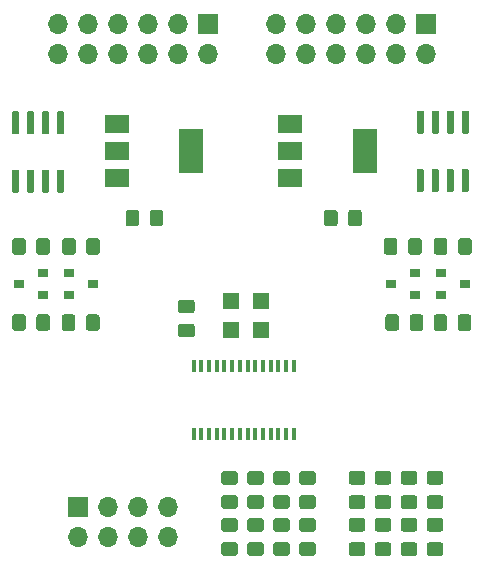
<source format=gbr>
G04 #@! TF.GenerationSoftware,KiCad,Pcbnew,5.1.5-52549c5~86~ubuntu19.04.1*
G04 #@! TF.CreationDate,2020-05-15T20:04:21+10:00*
G04 #@! TF.ProjectId,sid-board-v2,7369642d-626f-4617-9264-2d76322e6b69,rev?*
G04 #@! TF.SameCoordinates,Original*
G04 #@! TF.FileFunction,Soldermask,Top*
G04 #@! TF.FilePolarity,Negative*
%FSLAX46Y46*%
G04 Gerber Fmt 4.6, Leading zero omitted, Abs format (unit mm)*
G04 Created by KiCad (PCBNEW 5.1.5-52549c5~86~ubuntu19.04.1) date 2020-05-15 20:04:21*
%MOMM*%
%LPD*%
G04 APERTURE LIST*
%ADD10R,1.400000X1.400000*%
%ADD11O,1.700000X1.700000*%
%ADD12R,1.700000X1.700000*%
%ADD13R,0.400000X1.100000*%
%ADD14C,0.100000*%
%ADD15R,0.900000X0.800000*%
%ADD16R,2.000000X3.800000*%
%ADD17R,2.000000X1.500000*%
G04 APERTURE END LIST*
D10*
X101834000Y-102382000D03*
X101834000Y-104882000D03*
X99334000Y-104882000D03*
X99334000Y-102382000D03*
D11*
X84650000Y-81497000D03*
X84650000Y-78957000D03*
X87190000Y-81497000D03*
X87190000Y-78957000D03*
X89730000Y-81497000D03*
X89730000Y-78957000D03*
X92270000Y-81497000D03*
X92270000Y-78957000D03*
X94810000Y-81497000D03*
X94810000Y-78957000D03*
X97350000Y-81497000D03*
D12*
X97350000Y-78957000D03*
D11*
X103150000Y-81497000D03*
X103150000Y-78957000D03*
X105690000Y-81497000D03*
X105690000Y-78957000D03*
X108230000Y-81497000D03*
X108230000Y-78957000D03*
X110770000Y-81497000D03*
X110770000Y-78957000D03*
X113310000Y-81497000D03*
X113310000Y-78957000D03*
X115850000Y-81497000D03*
D12*
X115850000Y-78957000D03*
D13*
X104625000Y-107950000D03*
X103975000Y-107950000D03*
X103325000Y-107950000D03*
X102675000Y-107950000D03*
X102025000Y-107950000D03*
X101375000Y-107950000D03*
X100725000Y-107950000D03*
X100075000Y-107950000D03*
X99425000Y-107950000D03*
X98775000Y-107950000D03*
X98125000Y-107950000D03*
X97475000Y-107950000D03*
X96825000Y-107950000D03*
X96175000Y-107950000D03*
X96175000Y-113650000D03*
X96825000Y-113650000D03*
X97475000Y-113650000D03*
X98125000Y-113650000D03*
X98775000Y-113650000D03*
X99425000Y-113650000D03*
X100075000Y-113650000D03*
X100725000Y-113650000D03*
X101375000Y-113650000D03*
X102025000Y-113650000D03*
X102675000Y-113650000D03*
X103325000Y-113650000D03*
X103975000Y-113650000D03*
X104625000Y-113650000D03*
D14*
G36*
X108124505Y-94701204D02*
G01*
X108148773Y-94704804D01*
X108172572Y-94710765D01*
X108195671Y-94719030D01*
X108217850Y-94729520D01*
X108238893Y-94742132D01*
X108258599Y-94756747D01*
X108276777Y-94773223D01*
X108293253Y-94791401D01*
X108307868Y-94811107D01*
X108320480Y-94832150D01*
X108330970Y-94854329D01*
X108339235Y-94877428D01*
X108345196Y-94901227D01*
X108348796Y-94925495D01*
X108350000Y-94949999D01*
X108350000Y-95850001D01*
X108348796Y-95874505D01*
X108345196Y-95898773D01*
X108339235Y-95922572D01*
X108330970Y-95945671D01*
X108320480Y-95967850D01*
X108307868Y-95988893D01*
X108293253Y-96008599D01*
X108276777Y-96026777D01*
X108258599Y-96043253D01*
X108238893Y-96057868D01*
X108217850Y-96070480D01*
X108195671Y-96080970D01*
X108172572Y-96089235D01*
X108148773Y-96095196D01*
X108124505Y-96098796D01*
X108100001Y-96100000D01*
X107449999Y-96100000D01*
X107425495Y-96098796D01*
X107401227Y-96095196D01*
X107377428Y-96089235D01*
X107354329Y-96080970D01*
X107332150Y-96070480D01*
X107311107Y-96057868D01*
X107291401Y-96043253D01*
X107273223Y-96026777D01*
X107256747Y-96008599D01*
X107242132Y-95988893D01*
X107229520Y-95967850D01*
X107219030Y-95945671D01*
X107210765Y-95922572D01*
X107204804Y-95898773D01*
X107201204Y-95874505D01*
X107200000Y-95850001D01*
X107200000Y-94949999D01*
X107201204Y-94925495D01*
X107204804Y-94901227D01*
X107210765Y-94877428D01*
X107219030Y-94854329D01*
X107229520Y-94832150D01*
X107242132Y-94811107D01*
X107256747Y-94791401D01*
X107273223Y-94773223D01*
X107291401Y-94756747D01*
X107311107Y-94742132D01*
X107332150Y-94729520D01*
X107354329Y-94719030D01*
X107377428Y-94710765D01*
X107401227Y-94704804D01*
X107425495Y-94701204D01*
X107449999Y-94700000D01*
X108100001Y-94700000D01*
X108124505Y-94701204D01*
G37*
G36*
X110174505Y-94701204D02*
G01*
X110198773Y-94704804D01*
X110222572Y-94710765D01*
X110245671Y-94719030D01*
X110267850Y-94729520D01*
X110288893Y-94742132D01*
X110308599Y-94756747D01*
X110326777Y-94773223D01*
X110343253Y-94791401D01*
X110357868Y-94811107D01*
X110370480Y-94832150D01*
X110380970Y-94854329D01*
X110389235Y-94877428D01*
X110395196Y-94901227D01*
X110398796Y-94925495D01*
X110400000Y-94949999D01*
X110400000Y-95850001D01*
X110398796Y-95874505D01*
X110395196Y-95898773D01*
X110389235Y-95922572D01*
X110380970Y-95945671D01*
X110370480Y-95967850D01*
X110357868Y-95988893D01*
X110343253Y-96008599D01*
X110326777Y-96026777D01*
X110308599Y-96043253D01*
X110288893Y-96057868D01*
X110267850Y-96070480D01*
X110245671Y-96080970D01*
X110222572Y-96089235D01*
X110198773Y-96095196D01*
X110174505Y-96098796D01*
X110150001Y-96100000D01*
X109499999Y-96100000D01*
X109475495Y-96098796D01*
X109451227Y-96095196D01*
X109427428Y-96089235D01*
X109404329Y-96080970D01*
X109382150Y-96070480D01*
X109361107Y-96057868D01*
X109341401Y-96043253D01*
X109323223Y-96026777D01*
X109306747Y-96008599D01*
X109292132Y-95988893D01*
X109279520Y-95967850D01*
X109269030Y-95945671D01*
X109260765Y-95922572D01*
X109254804Y-95898773D01*
X109251204Y-95874505D01*
X109250000Y-95850001D01*
X109250000Y-94949999D01*
X109251204Y-94925495D01*
X109254804Y-94901227D01*
X109260765Y-94877428D01*
X109269030Y-94854329D01*
X109279520Y-94832150D01*
X109292132Y-94811107D01*
X109306747Y-94791401D01*
X109323223Y-94773223D01*
X109341401Y-94756747D01*
X109361107Y-94742132D01*
X109382150Y-94729520D01*
X109404329Y-94719030D01*
X109427428Y-94710765D01*
X109451227Y-94704804D01*
X109475495Y-94701204D01*
X109499999Y-94700000D01*
X110150001Y-94700000D01*
X110174505Y-94701204D01*
G37*
G36*
X93374505Y-94701204D02*
G01*
X93398773Y-94704804D01*
X93422572Y-94710765D01*
X93445671Y-94719030D01*
X93467850Y-94729520D01*
X93488893Y-94742132D01*
X93508599Y-94756747D01*
X93526777Y-94773223D01*
X93543253Y-94791401D01*
X93557868Y-94811107D01*
X93570480Y-94832150D01*
X93580970Y-94854329D01*
X93589235Y-94877428D01*
X93595196Y-94901227D01*
X93598796Y-94925495D01*
X93600000Y-94949999D01*
X93600000Y-95850001D01*
X93598796Y-95874505D01*
X93595196Y-95898773D01*
X93589235Y-95922572D01*
X93580970Y-95945671D01*
X93570480Y-95967850D01*
X93557868Y-95988893D01*
X93543253Y-96008599D01*
X93526777Y-96026777D01*
X93508599Y-96043253D01*
X93488893Y-96057868D01*
X93467850Y-96070480D01*
X93445671Y-96080970D01*
X93422572Y-96089235D01*
X93398773Y-96095196D01*
X93374505Y-96098796D01*
X93350001Y-96100000D01*
X92699999Y-96100000D01*
X92675495Y-96098796D01*
X92651227Y-96095196D01*
X92627428Y-96089235D01*
X92604329Y-96080970D01*
X92582150Y-96070480D01*
X92561107Y-96057868D01*
X92541401Y-96043253D01*
X92523223Y-96026777D01*
X92506747Y-96008599D01*
X92492132Y-95988893D01*
X92479520Y-95967850D01*
X92469030Y-95945671D01*
X92460765Y-95922572D01*
X92454804Y-95898773D01*
X92451204Y-95874505D01*
X92450000Y-95850001D01*
X92450000Y-94949999D01*
X92451204Y-94925495D01*
X92454804Y-94901227D01*
X92460765Y-94877428D01*
X92469030Y-94854329D01*
X92479520Y-94832150D01*
X92492132Y-94811107D01*
X92506747Y-94791401D01*
X92523223Y-94773223D01*
X92541401Y-94756747D01*
X92561107Y-94742132D01*
X92582150Y-94729520D01*
X92604329Y-94719030D01*
X92627428Y-94710765D01*
X92651227Y-94704804D01*
X92675495Y-94701204D01*
X92699999Y-94700000D01*
X93350001Y-94700000D01*
X93374505Y-94701204D01*
G37*
G36*
X91324505Y-94701204D02*
G01*
X91348773Y-94704804D01*
X91372572Y-94710765D01*
X91395671Y-94719030D01*
X91417850Y-94729520D01*
X91438893Y-94742132D01*
X91458599Y-94756747D01*
X91476777Y-94773223D01*
X91493253Y-94791401D01*
X91507868Y-94811107D01*
X91520480Y-94832150D01*
X91530970Y-94854329D01*
X91539235Y-94877428D01*
X91545196Y-94901227D01*
X91548796Y-94925495D01*
X91550000Y-94949999D01*
X91550000Y-95850001D01*
X91548796Y-95874505D01*
X91545196Y-95898773D01*
X91539235Y-95922572D01*
X91530970Y-95945671D01*
X91520480Y-95967850D01*
X91507868Y-95988893D01*
X91493253Y-96008599D01*
X91476777Y-96026777D01*
X91458599Y-96043253D01*
X91438893Y-96057868D01*
X91417850Y-96070480D01*
X91395671Y-96080970D01*
X91372572Y-96089235D01*
X91348773Y-96095196D01*
X91324505Y-96098796D01*
X91300001Y-96100000D01*
X90649999Y-96100000D01*
X90625495Y-96098796D01*
X90601227Y-96095196D01*
X90577428Y-96089235D01*
X90554329Y-96080970D01*
X90532150Y-96070480D01*
X90511107Y-96057868D01*
X90491401Y-96043253D01*
X90473223Y-96026777D01*
X90456747Y-96008599D01*
X90442132Y-95988893D01*
X90429520Y-95967850D01*
X90419030Y-95945671D01*
X90410765Y-95922572D01*
X90404804Y-95898773D01*
X90401204Y-95874505D01*
X90400000Y-95850001D01*
X90400000Y-94949999D01*
X90401204Y-94925495D01*
X90404804Y-94901227D01*
X90410765Y-94877428D01*
X90419030Y-94854329D01*
X90429520Y-94832150D01*
X90442132Y-94811107D01*
X90456747Y-94791401D01*
X90473223Y-94773223D01*
X90491401Y-94756747D01*
X90511107Y-94742132D01*
X90532150Y-94729520D01*
X90554329Y-94719030D01*
X90577428Y-94710765D01*
X90601227Y-94704804D01*
X90625495Y-94701204D01*
X90649999Y-94700000D01*
X91300001Y-94700000D01*
X91324505Y-94701204D01*
G37*
D15*
X83400000Y-101950000D03*
X83400000Y-100050000D03*
X81400000Y-101000000D03*
D14*
G36*
X96024505Y-102301204D02*
G01*
X96048773Y-102304804D01*
X96072572Y-102310765D01*
X96095671Y-102319030D01*
X96117850Y-102329520D01*
X96138893Y-102342132D01*
X96158599Y-102356747D01*
X96176777Y-102373223D01*
X96193253Y-102391401D01*
X96207868Y-102411107D01*
X96220480Y-102432150D01*
X96230970Y-102454329D01*
X96239235Y-102477428D01*
X96245196Y-102501227D01*
X96248796Y-102525495D01*
X96250000Y-102549999D01*
X96250000Y-103200001D01*
X96248796Y-103224505D01*
X96245196Y-103248773D01*
X96239235Y-103272572D01*
X96230970Y-103295671D01*
X96220480Y-103317850D01*
X96207868Y-103338893D01*
X96193253Y-103358599D01*
X96176777Y-103376777D01*
X96158599Y-103393253D01*
X96138893Y-103407868D01*
X96117850Y-103420480D01*
X96095671Y-103430970D01*
X96072572Y-103439235D01*
X96048773Y-103445196D01*
X96024505Y-103448796D01*
X96000001Y-103450000D01*
X95099999Y-103450000D01*
X95075495Y-103448796D01*
X95051227Y-103445196D01*
X95027428Y-103439235D01*
X95004329Y-103430970D01*
X94982150Y-103420480D01*
X94961107Y-103407868D01*
X94941401Y-103393253D01*
X94923223Y-103376777D01*
X94906747Y-103358599D01*
X94892132Y-103338893D01*
X94879520Y-103317850D01*
X94869030Y-103295671D01*
X94860765Y-103272572D01*
X94854804Y-103248773D01*
X94851204Y-103224505D01*
X94850000Y-103200001D01*
X94850000Y-102549999D01*
X94851204Y-102525495D01*
X94854804Y-102501227D01*
X94860765Y-102477428D01*
X94869030Y-102454329D01*
X94879520Y-102432150D01*
X94892132Y-102411107D01*
X94906747Y-102391401D01*
X94923223Y-102373223D01*
X94941401Y-102356747D01*
X94961107Y-102342132D01*
X94982150Y-102329520D01*
X95004329Y-102319030D01*
X95027428Y-102310765D01*
X95051227Y-102304804D01*
X95075495Y-102301204D01*
X95099999Y-102300000D01*
X96000001Y-102300000D01*
X96024505Y-102301204D01*
G37*
G36*
X96024505Y-104351204D02*
G01*
X96048773Y-104354804D01*
X96072572Y-104360765D01*
X96095671Y-104369030D01*
X96117850Y-104379520D01*
X96138893Y-104392132D01*
X96158599Y-104406747D01*
X96176777Y-104423223D01*
X96193253Y-104441401D01*
X96207868Y-104461107D01*
X96220480Y-104482150D01*
X96230970Y-104504329D01*
X96239235Y-104527428D01*
X96245196Y-104551227D01*
X96248796Y-104575495D01*
X96250000Y-104599999D01*
X96250000Y-105250001D01*
X96248796Y-105274505D01*
X96245196Y-105298773D01*
X96239235Y-105322572D01*
X96230970Y-105345671D01*
X96220480Y-105367850D01*
X96207868Y-105388893D01*
X96193253Y-105408599D01*
X96176777Y-105426777D01*
X96158599Y-105443253D01*
X96138893Y-105457868D01*
X96117850Y-105470480D01*
X96095671Y-105480970D01*
X96072572Y-105489235D01*
X96048773Y-105495196D01*
X96024505Y-105498796D01*
X96000001Y-105500000D01*
X95099999Y-105500000D01*
X95075495Y-105498796D01*
X95051227Y-105495196D01*
X95027428Y-105489235D01*
X95004329Y-105480970D01*
X94982150Y-105470480D01*
X94961107Y-105457868D01*
X94941401Y-105443253D01*
X94923223Y-105426777D01*
X94906747Y-105408599D01*
X94892132Y-105388893D01*
X94879520Y-105367850D01*
X94869030Y-105345671D01*
X94860765Y-105322572D01*
X94854804Y-105298773D01*
X94851204Y-105274505D01*
X94850000Y-105250001D01*
X94850000Y-104599999D01*
X94851204Y-104575495D01*
X94854804Y-104551227D01*
X94860765Y-104527428D01*
X94869030Y-104504329D01*
X94879520Y-104482150D01*
X94892132Y-104461107D01*
X94906747Y-104441401D01*
X94923223Y-104423223D01*
X94941401Y-104406747D01*
X94961107Y-104392132D01*
X94982150Y-104379520D01*
X95004329Y-104369030D01*
X95027428Y-104360765D01*
X95051227Y-104354804D01*
X95075495Y-104351204D01*
X95099999Y-104350000D01*
X96000001Y-104350000D01*
X96024505Y-104351204D01*
G37*
D16*
X95950000Y-89700000D03*
D17*
X89650000Y-89700000D03*
X89650000Y-92000000D03*
X89650000Y-87400000D03*
D14*
G36*
X115509703Y-91250722D02*
G01*
X115524264Y-91252882D01*
X115538543Y-91256459D01*
X115552403Y-91261418D01*
X115565710Y-91267712D01*
X115578336Y-91275280D01*
X115590159Y-91284048D01*
X115601066Y-91293934D01*
X115610952Y-91304841D01*
X115619720Y-91316664D01*
X115627288Y-91329290D01*
X115633582Y-91342597D01*
X115638541Y-91356457D01*
X115642118Y-91370736D01*
X115644278Y-91385297D01*
X115645000Y-91400000D01*
X115645000Y-93050000D01*
X115644278Y-93064703D01*
X115642118Y-93079264D01*
X115638541Y-93093543D01*
X115633582Y-93107403D01*
X115627288Y-93120710D01*
X115619720Y-93133336D01*
X115610952Y-93145159D01*
X115601066Y-93156066D01*
X115590159Y-93165952D01*
X115578336Y-93174720D01*
X115565710Y-93182288D01*
X115552403Y-93188582D01*
X115538543Y-93193541D01*
X115524264Y-93197118D01*
X115509703Y-93199278D01*
X115495000Y-93200000D01*
X115195000Y-93200000D01*
X115180297Y-93199278D01*
X115165736Y-93197118D01*
X115151457Y-93193541D01*
X115137597Y-93188582D01*
X115124290Y-93182288D01*
X115111664Y-93174720D01*
X115099841Y-93165952D01*
X115088934Y-93156066D01*
X115079048Y-93145159D01*
X115070280Y-93133336D01*
X115062712Y-93120710D01*
X115056418Y-93107403D01*
X115051459Y-93093543D01*
X115047882Y-93079264D01*
X115045722Y-93064703D01*
X115045000Y-93050000D01*
X115045000Y-91400000D01*
X115045722Y-91385297D01*
X115047882Y-91370736D01*
X115051459Y-91356457D01*
X115056418Y-91342597D01*
X115062712Y-91329290D01*
X115070280Y-91316664D01*
X115079048Y-91304841D01*
X115088934Y-91293934D01*
X115099841Y-91284048D01*
X115111664Y-91275280D01*
X115124290Y-91267712D01*
X115137597Y-91261418D01*
X115151457Y-91256459D01*
X115165736Y-91252882D01*
X115180297Y-91250722D01*
X115195000Y-91250000D01*
X115495000Y-91250000D01*
X115509703Y-91250722D01*
G37*
G36*
X116779703Y-91250722D02*
G01*
X116794264Y-91252882D01*
X116808543Y-91256459D01*
X116822403Y-91261418D01*
X116835710Y-91267712D01*
X116848336Y-91275280D01*
X116860159Y-91284048D01*
X116871066Y-91293934D01*
X116880952Y-91304841D01*
X116889720Y-91316664D01*
X116897288Y-91329290D01*
X116903582Y-91342597D01*
X116908541Y-91356457D01*
X116912118Y-91370736D01*
X116914278Y-91385297D01*
X116915000Y-91400000D01*
X116915000Y-93050000D01*
X116914278Y-93064703D01*
X116912118Y-93079264D01*
X116908541Y-93093543D01*
X116903582Y-93107403D01*
X116897288Y-93120710D01*
X116889720Y-93133336D01*
X116880952Y-93145159D01*
X116871066Y-93156066D01*
X116860159Y-93165952D01*
X116848336Y-93174720D01*
X116835710Y-93182288D01*
X116822403Y-93188582D01*
X116808543Y-93193541D01*
X116794264Y-93197118D01*
X116779703Y-93199278D01*
X116765000Y-93200000D01*
X116465000Y-93200000D01*
X116450297Y-93199278D01*
X116435736Y-93197118D01*
X116421457Y-93193541D01*
X116407597Y-93188582D01*
X116394290Y-93182288D01*
X116381664Y-93174720D01*
X116369841Y-93165952D01*
X116358934Y-93156066D01*
X116349048Y-93145159D01*
X116340280Y-93133336D01*
X116332712Y-93120710D01*
X116326418Y-93107403D01*
X116321459Y-93093543D01*
X116317882Y-93079264D01*
X116315722Y-93064703D01*
X116315000Y-93050000D01*
X116315000Y-91400000D01*
X116315722Y-91385297D01*
X116317882Y-91370736D01*
X116321459Y-91356457D01*
X116326418Y-91342597D01*
X116332712Y-91329290D01*
X116340280Y-91316664D01*
X116349048Y-91304841D01*
X116358934Y-91293934D01*
X116369841Y-91284048D01*
X116381664Y-91275280D01*
X116394290Y-91267712D01*
X116407597Y-91261418D01*
X116421457Y-91256459D01*
X116435736Y-91252882D01*
X116450297Y-91250722D01*
X116465000Y-91250000D01*
X116765000Y-91250000D01*
X116779703Y-91250722D01*
G37*
G36*
X118049703Y-91250722D02*
G01*
X118064264Y-91252882D01*
X118078543Y-91256459D01*
X118092403Y-91261418D01*
X118105710Y-91267712D01*
X118118336Y-91275280D01*
X118130159Y-91284048D01*
X118141066Y-91293934D01*
X118150952Y-91304841D01*
X118159720Y-91316664D01*
X118167288Y-91329290D01*
X118173582Y-91342597D01*
X118178541Y-91356457D01*
X118182118Y-91370736D01*
X118184278Y-91385297D01*
X118185000Y-91400000D01*
X118185000Y-93050000D01*
X118184278Y-93064703D01*
X118182118Y-93079264D01*
X118178541Y-93093543D01*
X118173582Y-93107403D01*
X118167288Y-93120710D01*
X118159720Y-93133336D01*
X118150952Y-93145159D01*
X118141066Y-93156066D01*
X118130159Y-93165952D01*
X118118336Y-93174720D01*
X118105710Y-93182288D01*
X118092403Y-93188582D01*
X118078543Y-93193541D01*
X118064264Y-93197118D01*
X118049703Y-93199278D01*
X118035000Y-93200000D01*
X117735000Y-93200000D01*
X117720297Y-93199278D01*
X117705736Y-93197118D01*
X117691457Y-93193541D01*
X117677597Y-93188582D01*
X117664290Y-93182288D01*
X117651664Y-93174720D01*
X117639841Y-93165952D01*
X117628934Y-93156066D01*
X117619048Y-93145159D01*
X117610280Y-93133336D01*
X117602712Y-93120710D01*
X117596418Y-93107403D01*
X117591459Y-93093543D01*
X117587882Y-93079264D01*
X117585722Y-93064703D01*
X117585000Y-93050000D01*
X117585000Y-91400000D01*
X117585722Y-91385297D01*
X117587882Y-91370736D01*
X117591459Y-91356457D01*
X117596418Y-91342597D01*
X117602712Y-91329290D01*
X117610280Y-91316664D01*
X117619048Y-91304841D01*
X117628934Y-91293934D01*
X117639841Y-91284048D01*
X117651664Y-91275280D01*
X117664290Y-91267712D01*
X117677597Y-91261418D01*
X117691457Y-91256459D01*
X117705736Y-91252882D01*
X117720297Y-91250722D01*
X117735000Y-91250000D01*
X118035000Y-91250000D01*
X118049703Y-91250722D01*
G37*
G36*
X119319703Y-91250722D02*
G01*
X119334264Y-91252882D01*
X119348543Y-91256459D01*
X119362403Y-91261418D01*
X119375710Y-91267712D01*
X119388336Y-91275280D01*
X119400159Y-91284048D01*
X119411066Y-91293934D01*
X119420952Y-91304841D01*
X119429720Y-91316664D01*
X119437288Y-91329290D01*
X119443582Y-91342597D01*
X119448541Y-91356457D01*
X119452118Y-91370736D01*
X119454278Y-91385297D01*
X119455000Y-91400000D01*
X119455000Y-93050000D01*
X119454278Y-93064703D01*
X119452118Y-93079264D01*
X119448541Y-93093543D01*
X119443582Y-93107403D01*
X119437288Y-93120710D01*
X119429720Y-93133336D01*
X119420952Y-93145159D01*
X119411066Y-93156066D01*
X119400159Y-93165952D01*
X119388336Y-93174720D01*
X119375710Y-93182288D01*
X119362403Y-93188582D01*
X119348543Y-93193541D01*
X119334264Y-93197118D01*
X119319703Y-93199278D01*
X119305000Y-93200000D01*
X119005000Y-93200000D01*
X118990297Y-93199278D01*
X118975736Y-93197118D01*
X118961457Y-93193541D01*
X118947597Y-93188582D01*
X118934290Y-93182288D01*
X118921664Y-93174720D01*
X118909841Y-93165952D01*
X118898934Y-93156066D01*
X118889048Y-93145159D01*
X118880280Y-93133336D01*
X118872712Y-93120710D01*
X118866418Y-93107403D01*
X118861459Y-93093543D01*
X118857882Y-93079264D01*
X118855722Y-93064703D01*
X118855000Y-93050000D01*
X118855000Y-91400000D01*
X118855722Y-91385297D01*
X118857882Y-91370736D01*
X118861459Y-91356457D01*
X118866418Y-91342597D01*
X118872712Y-91329290D01*
X118880280Y-91316664D01*
X118889048Y-91304841D01*
X118898934Y-91293934D01*
X118909841Y-91284048D01*
X118921664Y-91275280D01*
X118934290Y-91267712D01*
X118947597Y-91261418D01*
X118961457Y-91256459D01*
X118975736Y-91252882D01*
X118990297Y-91250722D01*
X119005000Y-91250000D01*
X119305000Y-91250000D01*
X119319703Y-91250722D01*
G37*
G36*
X119319703Y-86300722D02*
G01*
X119334264Y-86302882D01*
X119348543Y-86306459D01*
X119362403Y-86311418D01*
X119375710Y-86317712D01*
X119388336Y-86325280D01*
X119400159Y-86334048D01*
X119411066Y-86343934D01*
X119420952Y-86354841D01*
X119429720Y-86366664D01*
X119437288Y-86379290D01*
X119443582Y-86392597D01*
X119448541Y-86406457D01*
X119452118Y-86420736D01*
X119454278Y-86435297D01*
X119455000Y-86450000D01*
X119455000Y-88100000D01*
X119454278Y-88114703D01*
X119452118Y-88129264D01*
X119448541Y-88143543D01*
X119443582Y-88157403D01*
X119437288Y-88170710D01*
X119429720Y-88183336D01*
X119420952Y-88195159D01*
X119411066Y-88206066D01*
X119400159Y-88215952D01*
X119388336Y-88224720D01*
X119375710Y-88232288D01*
X119362403Y-88238582D01*
X119348543Y-88243541D01*
X119334264Y-88247118D01*
X119319703Y-88249278D01*
X119305000Y-88250000D01*
X119005000Y-88250000D01*
X118990297Y-88249278D01*
X118975736Y-88247118D01*
X118961457Y-88243541D01*
X118947597Y-88238582D01*
X118934290Y-88232288D01*
X118921664Y-88224720D01*
X118909841Y-88215952D01*
X118898934Y-88206066D01*
X118889048Y-88195159D01*
X118880280Y-88183336D01*
X118872712Y-88170710D01*
X118866418Y-88157403D01*
X118861459Y-88143543D01*
X118857882Y-88129264D01*
X118855722Y-88114703D01*
X118855000Y-88100000D01*
X118855000Y-86450000D01*
X118855722Y-86435297D01*
X118857882Y-86420736D01*
X118861459Y-86406457D01*
X118866418Y-86392597D01*
X118872712Y-86379290D01*
X118880280Y-86366664D01*
X118889048Y-86354841D01*
X118898934Y-86343934D01*
X118909841Y-86334048D01*
X118921664Y-86325280D01*
X118934290Y-86317712D01*
X118947597Y-86311418D01*
X118961457Y-86306459D01*
X118975736Y-86302882D01*
X118990297Y-86300722D01*
X119005000Y-86300000D01*
X119305000Y-86300000D01*
X119319703Y-86300722D01*
G37*
G36*
X118049703Y-86300722D02*
G01*
X118064264Y-86302882D01*
X118078543Y-86306459D01*
X118092403Y-86311418D01*
X118105710Y-86317712D01*
X118118336Y-86325280D01*
X118130159Y-86334048D01*
X118141066Y-86343934D01*
X118150952Y-86354841D01*
X118159720Y-86366664D01*
X118167288Y-86379290D01*
X118173582Y-86392597D01*
X118178541Y-86406457D01*
X118182118Y-86420736D01*
X118184278Y-86435297D01*
X118185000Y-86450000D01*
X118185000Y-88100000D01*
X118184278Y-88114703D01*
X118182118Y-88129264D01*
X118178541Y-88143543D01*
X118173582Y-88157403D01*
X118167288Y-88170710D01*
X118159720Y-88183336D01*
X118150952Y-88195159D01*
X118141066Y-88206066D01*
X118130159Y-88215952D01*
X118118336Y-88224720D01*
X118105710Y-88232288D01*
X118092403Y-88238582D01*
X118078543Y-88243541D01*
X118064264Y-88247118D01*
X118049703Y-88249278D01*
X118035000Y-88250000D01*
X117735000Y-88250000D01*
X117720297Y-88249278D01*
X117705736Y-88247118D01*
X117691457Y-88243541D01*
X117677597Y-88238582D01*
X117664290Y-88232288D01*
X117651664Y-88224720D01*
X117639841Y-88215952D01*
X117628934Y-88206066D01*
X117619048Y-88195159D01*
X117610280Y-88183336D01*
X117602712Y-88170710D01*
X117596418Y-88157403D01*
X117591459Y-88143543D01*
X117587882Y-88129264D01*
X117585722Y-88114703D01*
X117585000Y-88100000D01*
X117585000Y-86450000D01*
X117585722Y-86435297D01*
X117587882Y-86420736D01*
X117591459Y-86406457D01*
X117596418Y-86392597D01*
X117602712Y-86379290D01*
X117610280Y-86366664D01*
X117619048Y-86354841D01*
X117628934Y-86343934D01*
X117639841Y-86334048D01*
X117651664Y-86325280D01*
X117664290Y-86317712D01*
X117677597Y-86311418D01*
X117691457Y-86306459D01*
X117705736Y-86302882D01*
X117720297Y-86300722D01*
X117735000Y-86300000D01*
X118035000Y-86300000D01*
X118049703Y-86300722D01*
G37*
G36*
X116779703Y-86300722D02*
G01*
X116794264Y-86302882D01*
X116808543Y-86306459D01*
X116822403Y-86311418D01*
X116835710Y-86317712D01*
X116848336Y-86325280D01*
X116860159Y-86334048D01*
X116871066Y-86343934D01*
X116880952Y-86354841D01*
X116889720Y-86366664D01*
X116897288Y-86379290D01*
X116903582Y-86392597D01*
X116908541Y-86406457D01*
X116912118Y-86420736D01*
X116914278Y-86435297D01*
X116915000Y-86450000D01*
X116915000Y-88100000D01*
X116914278Y-88114703D01*
X116912118Y-88129264D01*
X116908541Y-88143543D01*
X116903582Y-88157403D01*
X116897288Y-88170710D01*
X116889720Y-88183336D01*
X116880952Y-88195159D01*
X116871066Y-88206066D01*
X116860159Y-88215952D01*
X116848336Y-88224720D01*
X116835710Y-88232288D01*
X116822403Y-88238582D01*
X116808543Y-88243541D01*
X116794264Y-88247118D01*
X116779703Y-88249278D01*
X116765000Y-88250000D01*
X116465000Y-88250000D01*
X116450297Y-88249278D01*
X116435736Y-88247118D01*
X116421457Y-88243541D01*
X116407597Y-88238582D01*
X116394290Y-88232288D01*
X116381664Y-88224720D01*
X116369841Y-88215952D01*
X116358934Y-88206066D01*
X116349048Y-88195159D01*
X116340280Y-88183336D01*
X116332712Y-88170710D01*
X116326418Y-88157403D01*
X116321459Y-88143543D01*
X116317882Y-88129264D01*
X116315722Y-88114703D01*
X116315000Y-88100000D01*
X116315000Y-86450000D01*
X116315722Y-86435297D01*
X116317882Y-86420736D01*
X116321459Y-86406457D01*
X116326418Y-86392597D01*
X116332712Y-86379290D01*
X116340280Y-86366664D01*
X116349048Y-86354841D01*
X116358934Y-86343934D01*
X116369841Y-86334048D01*
X116381664Y-86325280D01*
X116394290Y-86317712D01*
X116407597Y-86311418D01*
X116421457Y-86306459D01*
X116435736Y-86302882D01*
X116450297Y-86300722D01*
X116465000Y-86300000D01*
X116765000Y-86300000D01*
X116779703Y-86300722D01*
G37*
G36*
X115509703Y-86300722D02*
G01*
X115524264Y-86302882D01*
X115538543Y-86306459D01*
X115552403Y-86311418D01*
X115565710Y-86317712D01*
X115578336Y-86325280D01*
X115590159Y-86334048D01*
X115601066Y-86343934D01*
X115610952Y-86354841D01*
X115619720Y-86366664D01*
X115627288Y-86379290D01*
X115633582Y-86392597D01*
X115638541Y-86406457D01*
X115642118Y-86420736D01*
X115644278Y-86435297D01*
X115645000Y-86450000D01*
X115645000Y-88100000D01*
X115644278Y-88114703D01*
X115642118Y-88129264D01*
X115638541Y-88143543D01*
X115633582Y-88157403D01*
X115627288Y-88170710D01*
X115619720Y-88183336D01*
X115610952Y-88195159D01*
X115601066Y-88206066D01*
X115590159Y-88215952D01*
X115578336Y-88224720D01*
X115565710Y-88232288D01*
X115552403Y-88238582D01*
X115538543Y-88243541D01*
X115524264Y-88247118D01*
X115509703Y-88249278D01*
X115495000Y-88250000D01*
X115195000Y-88250000D01*
X115180297Y-88249278D01*
X115165736Y-88247118D01*
X115151457Y-88243541D01*
X115137597Y-88238582D01*
X115124290Y-88232288D01*
X115111664Y-88224720D01*
X115099841Y-88215952D01*
X115088934Y-88206066D01*
X115079048Y-88195159D01*
X115070280Y-88183336D01*
X115062712Y-88170710D01*
X115056418Y-88157403D01*
X115051459Y-88143543D01*
X115047882Y-88129264D01*
X115045722Y-88114703D01*
X115045000Y-88100000D01*
X115045000Y-86450000D01*
X115045722Y-86435297D01*
X115047882Y-86420736D01*
X115051459Y-86406457D01*
X115056418Y-86392597D01*
X115062712Y-86379290D01*
X115070280Y-86366664D01*
X115079048Y-86354841D01*
X115088934Y-86343934D01*
X115099841Y-86334048D01*
X115111664Y-86325280D01*
X115124290Y-86317712D01*
X115137597Y-86311418D01*
X115151457Y-86306459D01*
X115165736Y-86302882D01*
X115180297Y-86300722D01*
X115195000Y-86300000D01*
X115495000Y-86300000D01*
X115509703Y-86300722D01*
G37*
G36*
X81259703Y-91300722D02*
G01*
X81274264Y-91302882D01*
X81288543Y-91306459D01*
X81302403Y-91311418D01*
X81315710Y-91317712D01*
X81328336Y-91325280D01*
X81340159Y-91334048D01*
X81351066Y-91343934D01*
X81360952Y-91354841D01*
X81369720Y-91366664D01*
X81377288Y-91379290D01*
X81383582Y-91392597D01*
X81388541Y-91406457D01*
X81392118Y-91420736D01*
X81394278Y-91435297D01*
X81395000Y-91450000D01*
X81395000Y-93100000D01*
X81394278Y-93114703D01*
X81392118Y-93129264D01*
X81388541Y-93143543D01*
X81383582Y-93157403D01*
X81377288Y-93170710D01*
X81369720Y-93183336D01*
X81360952Y-93195159D01*
X81351066Y-93206066D01*
X81340159Y-93215952D01*
X81328336Y-93224720D01*
X81315710Y-93232288D01*
X81302403Y-93238582D01*
X81288543Y-93243541D01*
X81274264Y-93247118D01*
X81259703Y-93249278D01*
X81245000Y-93250000D01*
X80945000Y-93250000D01*
X80930297Y-93249278D01*
X80915736Y-93247118D01*
X80901457Y-93243541D01*
X80887597Y-93238582D01*
X80874290Y-93232288D01*
X80861664Y-93224720D01*
X80849841Y-93215952D01*
X80838934Y-93206066D01*
X80829048Y-93195159D01*
X80820280Y-93183336D01*
X80812712Y-93170710D01*
X80806418Y-93157403D01*
X80801459Y-93143543D01*
X80797882Y-93129264D01*
X80795722Y-93114703D01*
X80795000Y-93100000D01*
X80795000Y-91450000D01*
X80795722Y-91435297D01*
X80797882Y-91420736D01*
X80801459Y-91406457D01*
X80806418Y-91392597D01*
X80812712Y-91379290D01*
X80820280Y-91366664D01*
X80829048Y-91354841D01*
X80838934Y-91343934D01*
X80849841Y-91334048D01*
X80861664Y-91325280D01*
X80874290Y-91317712D01*
X80887597Y-91311418D01*
X80901457Y-91306459D01*
X80915736Y-91302882D01*
X80930297Y-91300722D01*
X80945000Y-91300000D01*
X81245000Y-91300000D01*
X81259703Y-91300722D01*
G37*
G36*
X82529703Y-91300722D02*
G01*
X82544264Y-91302882D01*
X82558543Y-91306459D01*
X82572403Y-91311418D01*
X82585710Y-91317712D01*
X82598336Y-91325280D01*
X82610159Y-91334048D01*
X82621066Y-91343934D01*
X82630952Y-91354841D01*
X82639720Y-91366664D01*
X82647288Y-91379290D01*
X82653582Y-91392597D01*
X82658541Y-91406457D01*
X82662118Y-91420736D01*
X82664278Y-91435297D01*
X82665000Y-91450000D01*
X82665000Y-93100000D01*
X82664278Y-93114703D01*
X82662118Y-93129264D01*
X82658541Y-93143543D01*
X82653582Y-93157403D01*
X82647288Y-93170710D01*
X82639720Y-93183336D01*
X82630952Y-93195159D01*
X82621066Y-93206066D01*
X82610159Y-93215952D01*
X82598336Y-93224720D01*
X82585710Y-93232288D01*
X82572403Y-93238582D01*
X82558543Y-93243541D01*
X82544264Y-93247118D01*
X82529703Y-93249278D01*
X82515000Y-93250000D01*
X82215000Y-93250000D01*
X82200297Y-93249278D01*
X82185736Y-93247118D01*
X82171457Y-93243541D01*
X82157597Y-93238582D01*
X82144290Y-93232288D01*
X82131664Y-93224720D01*
X82119841Y-93215952D01*
X82108934Y-93206066D01*
X82099048Y-93195159D01*
X82090280Y-93183336D01*
X82082712Y-93170710D01*
X82076418Y-93157403D01*
X82071459Y-93143543D01*
X82067882Y-93129264D01*
X82065722Y-93114703D01*
X82065000Y-93100000D01*
X82065000Y-91450000D01*
X82065722Y-91435297D01*
X82067882Y-91420736D01*
X82071459Y-91406457D01*
X82076418Y-91392597D01*
X82082712Y-91379290D01*
X82090280Y-91366664D01*
X82099048Y-91354841D01*
X82108934Y-91343934D01*
X82119841Y-91334048D01*
X82131664Y-91325280D01*
X82144290Y-91317712D01*
X82157597Y-91311418D01*
X82171457Y-91306459D01*
X82185736Y-91302882D01*
X82200297Y-91300722D01*
X82215000Y-91300000D01*
X82515000Y-91300000D01*
X82529703Y-91300722D01*
G37*
G36*
X83799703Y-91300722D02*
G01*
X83814264Y-91302882D01*
X83828543Y-91306459D01*
X83842403Y-91311418D01*
X83855710Y-91317712D01*
X83868336Y-91325280D01*
X83880159Y-91334048D01*
X83891066Y-91343934D01*
X83900952Y-91354841D01*
X83909720Y-91366664D01*
X83917288Y-91379290D01*
X83923582Y-91392597D01*
X83928541Y-91406457D01*
X83932118Y-91420736D01*
X83934278Y-91435297D01*
X83935000Y-91450000D01*
X83935000Y-93100000D01*
X83934278Y-93114703D01*
X83932118Y-93129264D01*
X83928541Y-93143543D01*
X83923582Y-93157403D01*
X83917288Y-93170710D01*
X83909720Y-93183336D01*
X83900952Y-93195159D01*
X83891066Y-93206066D01*
X83880159Y-93215952D01*
X83868336Y-93224720D01*
X83855710Y-93232288D01*
X83842403Y-93238582D01*
X83828543Y-93243541D01*
X83814264Y-93247118D01*
X83799703Y-93249278D01*
X83785000Y-93250000D01*
X83485000Y-93250000D01*
X83470297Y-93249278D01*
X83455736Y-93247118D01*
X83441457Y-93243541D01*
X83427597Y-93238582D01*
X83414290Y-93232288D01*
X83401664Y-93224720D01*
X83389841Y-93215952D01*
X83378934Y-93206066D01*
X83369048Y-93195159D01*
X83360280Y-93183336D01*
X83352712Y-93170710D01*
X83346418Y-93157403D01*
X83341459Y-93143543D01*
X83337882Y-93129264D01*
X83335722Y-93114703D01*
X83335000Y-93100000D01*
X83335000Y-91450000D01*
X83335722Y-91435297D01*
X83337882Y-91420736D01*
X83341459Y-91406457D01*
X83346418Y-91392597D01*
X83352712Y-91379290D01*
X83360280Y-91366664D01*
X83369048Y-91354841D01*
X83378934Y-91343934D01*
X83389841Y-91334048D01*
X83401664Y-91325280D01*
X83414290Y-91317712D01*
X83427597Y-91311418D01*
X83441457Y-91306459D01*
X83455736Y-91302882D01*
X83470297Y-91300722D01*
X83485000Y-91300000D01*
X83785000Y-91300000D01*
X83799703Y-91300722D01*
G37*
G36*
X85069703Y-91300722D02*
G01*
X85084264Y-91302882D01*
X85098543Y-91306459D01*
X85112403Y-91311418D01*
X85125710Y-91317712D01*
X85138336Y-91325280D01*
X85150159Y-91334048D01*
X85161066Y-91343934D01*
X85170952Y-91354841D01*
X85179720Y-91366664D01*
X85187288Y-91379290D01*
X85193582Y-91392597D01*
X85198541Y-91406457D01*
X85202118Y-91420736D01*
X85204278Y-91435297D01*
X85205000Y-91450000D01*
X85205000Y-93100000D01*
X85204278Y-93114703D01*
X85202118Y-93129264D01*
X85198541Y-93143543D01*
X85193582Y-93157403D01*
X85187288Y-93170710D01*
X85179720Y-93183336D01*
X85170952Y-93195159D01*
X85161066Y-93206066D01*
X85150159Y-93215952D01*
X85138336Y-93224720D01*
X85125710Y-93232288D01*
X85112403Y-93238582D01*
X85098543Y-93243541D01*
X85084264Y-93247118D01*
X85069703Y-93249278D01*
X85055000Y-93250000D01*
X84755000Y-93250000D01*
X84740297Y-93249278D01*
X84725736Y-93247118D01*
X84711457Y-93243541D01*
X84697597Y-93238582D01*
X84684290Y-93232288D01*
X84671664Y-93224720D01*
X84659841Y-93215952D01*
X84648934Y-93206066D01*
X84639048Y-93195159D01*
X84630280Y-93183336D01*
X84622712Y-93170710D01*
X84616418Y-93157403D01*
X84611459Y-93143543D01*
X84607882Y-93129264D01*
X84605722Y-93114703D01*
X84605000Y-93100000D01*
X84605000Y-91450000D01*
X84605722Y-91435297D01*
X84607882Y-91420736D01*
X84611459Y-91406457D01*
X84616418Y-91392597D01*
X84622712Y-91379290D01*
X84630280Y-91366664D01*
X84639048Y-91354841D01*
X84648934Y-91343934D01*
X84659841Y-91334048D01*
X84671664Y-91325280D01*
X84684290Y-91317712D01*
X84697597Y-91311418D01*
X84711457Y-91306459D01*
X84725736Y-91302882D01*
X84740297Y-91300722D01*
X84755000Y-91300000D01*
X85055000Y-91300000D01*
X85069703Y-91300722D01*
G37*
G36*
X85069703Y-86350722D02*
G01*
X85084264Y-86352882D01*
X85098543Y-86356459D01*
X85112403Y-86361418D01*
X85125710Y-86367712D01*
X85138336Y-86375280D01*
X85150159Y-86384048D01*
X85161066Y-86393934D01*
X85170952Y-86404841D01*
X85179720Y-86416664D01*
X85187288Y-86429290D01*
X85193582Y-86442597D01*
X85198541Y-86456457D01*
X85202118Y-86470736D01*
X85204278Y-86485297D01*
X85205000Y-86500000D01*
X85205000Y-88150000D01*
X85204278Y-88164703D01*
X85202118Y-88179264D01*
X85198541Y-88193543D01*
X85193582Y-88207403D01*
X85187288Y-88220710D01*
X85179720Y-88233336D01*
X85170952Y-88245159D01*
X85161066Y-88256066D01*
X85150159Y-88265952D01*
X85138336Y-88274720D01*
X85125710Y-88282288D01*
X85112403Y-88288582D01*
X85098543Y-88293541D01*
X85084264Y-88297118D01*
X85069703Y-88299278D01*
X85055000Y-88300000D01*
X84755000Y-88300000D01*
X84740297Y-88299278D01*
X84725736Y-88297118D01*
X84711457Y-88293541D01*
X84697597Y-88288582D01*
X84684290Y-88282288D01*
X84671664Y-88274720D01*
X84659841Y-88265952D01*
X84648934Y-88256066D01*
X84639048Y-88245159D01*
X84630280Y-88233336D01*
X84622712Y-88220710D01*
X84616418Y-88207403D01*
X84611459Y-88193543D01*
X84607882Y-88179264D01*
X84605722Y-88164703D01*
X84605000Y-88150000D01*
X84605000Y-86500000D01*
X84605722Y-86485297D01*
X84607882Y-86470736D01*
X84611459Y-86456457D01*
X84616418Y-86442597D01*
X84622712Y-86429290D01*
X84630280Y-86416664D01*
X84639048Y-86404841D01*
X84648934Y-86393934D01*
X84659841Y-86384048D01*
X84671664Y-86375280D01*
X84684290Y-86367712D01*
X84697597Y-86361418D01*
X84711457Y-86356459D01*
X84725736Y-86352882D01*
X84740297Y-86350722D01*
X84755000Y-86350000D01*
X85055000Y-86350000D01*
X85069703Y-86350722D01*
G37*
G36*
X83799703Y-86350722D02*
G01*
X83814264Y-86352882D01*
X83828543Y-86356459D01*
X83842403Y-86361418D01*
X83855710Y-86367712D01*
X83868336Y-86375280D01*
X83880159Y-86384048D01*
X83891066Y-86393934D01*
X83900952Y-86404841D01*
X83909720Y-86416664D01*
X83917288Y-86429290D01*
X83923582Y-86442597D01*
X83928541Y-86456457D01*
X83932118Y-86470736D01*
X83934278Y-86485297D01*
X83935000Y-86500000D01*
X83935000Y-88150000D01*
X83934278Y-88164703D01*
X83932118Y-88179264D01*
X83928541Y-88193543D01*
X83923582Y-88207403D01*
X83917288Y-88220710D01*
X83909720Y-88233336D01*
X83900952Y-88245159D01*
X83891066Y-88256066D01*
X83880159Y-88265952D01*
X83868336Y-88274720D01*
X83855710Y-88282288D01*
X83842403Y-88288582D01*
X83828543Y-88293541D01*
X83814264Y-88297118D01*
X83799703Y-88299278D01*
X83785000Y-88300000D01*
X83485000Y-88300000D01*
X83470297Y-88299278D01*
X83455736Y-88297118D01*
X83441457Y-88293541D01*
X83427597Y-88288582D01*
X83414290Y-88282288D01*
X83401664Y-88274720D01*
X83389841Y-88265952D01*
X83378934Y-88256066D01*
X83369048Y-88245159D01*
X83360280Y-88233336D01*
X83352712Y-88220710D01*
X83346418Y-88207403D01*
X83341459Y-88193543D01*
X83337882Y-88179264D01*
X83335722Y-88164703D01*
X83335000Y-88150000D01*
X83335000Y-86500000D01*
X83335722Y-86485297D01*
X83337882Y-86470736D01*
X83341459Y-86456457D01*
X83346418Y-86442597D01*
X83352712Y-86429290D01*
X83360280Y-86416664D01*
X83369048Y-86404841D01*
X83378934Y-86393934D01*
X83389841Y-86384048D01*
X83401664Y-86375280D01*
X83414290Y-86367712D01*
X83427597Y-86361418D01*
X83441457Y-86356459D01*
X83455736Y-86352882D01*
X83470297Y-86350722D01*
X83485000Y-86350000D01*
X83785000Y-86350000D01*
X83799703Y-86350722D01*
G37*
G36*
X82529703Y-86350722D02*
G01*
X82544264Y-86352882D01*
X82558543Y-86356459D01*
X82572403Y-86361418D01*
X82585710Y-86367712D01*
X82598336Y-86375280D01*
X82610159Y-86384048D01*
X82621066Y-86393934D01*
X82630952Y-86404841D01*
X82639720Y-86416664D01*
X82647288Y-86429290D01*
X82653582Y-86442597D01*
X82658541Y-86456457D01*
X82662118Y-86470736D01*
X82664278Y-86485297D01*
X82665000Y-86500000D01*
X82665000Y-88150000D01*
X82664278Y-88164703D01*
X82662118Y-88179264D01*
X82658541Y-88193543D01*
X82653582Y-88207403D01*
X82647288Y-88220710D01*
X82639720Y-88233336D01*
X82630952Y-88245159D01*
X82621066Y-88256066D01*
X82610159Y-88265952D01*
X82598336Y-88274720D01*
X82585710Y-88282288D01*
X82572403Y-88288582D01*
X82558543Y-88293541D01*
X82544264Y-88297118D01*
X82529703Y-88299278D01*
X82515000Y-88300000D01*
X82215000Y-88300000D01*
X82200297Y-88299278D01*
X82185736Y-88297118D01*
X82171457Y-88293541D01*
X82157597Y-88288582D01*
X82144290Y-88282288D01*
X82131664Y-88274720D01*
X82119841Y-88265952D01*
X82108934Y-88256066D01*
X82099048Y-88245159D01*
X82090280Y-88233336D01*
X82082712Y-88220710D01*
X82076418Y-88207403D01*
X82071459Y-88193543D01*
X82067882Y-88179264D01*
X82065722Y-88164703D01*
X82065000Y-88150000D01*
X82065000Y-86500000D01*
X82065722Y-86485297D01*
X82067882Y-86470736D01*
X82071459Y-86456457D01*
X82076418Y-86442597D01*
X82082712Y-86429290D01*
X82090280Y-86416664D01*
X82099048Y-86404841D01*
X82108934Y-86393934D01*
X82119841Y-86384048D01*
X82131664Y-86375280D01*
X82144290Y-86367712D01*
X82157597Y-86361418D01*
X82171457Y-86356459D01*
X82185736Y-86352882D01*
X82200297Y-86350722D01*
X82215000Y-86350000D01*
X82515000Y-86350000D01*
X82529703Y-86350722D01*
G37*
G36*
X81259703Y-86350722D02*
G01*
X81274264Y-86352882D01*
X81288543Y-86356459D01*
X81302403Y-86361418D01*
X81315710Y-86367712D01*
X81328336Y-86375280D01*
X81340159Y-86384048D01*
X81351066Y-86393934D01*
X81360952Y-86404841D01*
X81369720Y-86416664D01*
X81377288Y-86429290D01*
X81383582Y-86442597D01*
X81388541Y-86456457D01*
X81392118Y-86470736D01*
X81394278Y-86485297D01*
X81395000Y-86500000D01*
X81395000Y-88150000D01*
X81394278Y-88164703D01*
X81392118Y-88179264D01*
X81388541Y-88193543D01*
X81383582Y-88207403D01*
X81377288Y-88220710D01*
X81369720Y-88233336D01*
X81360952Y-88245159D01*
X81351066Y-88256066D01*
X81340159Y-88265952D01*
X81328336Y-88274720D01*
X81315710Y-88282288D01*
X81302403Y-88288582D01*
X81288543Y-88293541D01*
X81274264Y-88297118D01*
X81259703Y-88299278D01*
X81245000Y-88300000D01*
X80945000Y-88300000D01*
X80930297Y-88299278D01*
X80915736Y-88297118D01*
X80901457Y-88293541D01*
X80887597Y-88288582D01*
X80874290Y-88282288D01*
X80861664Y-88274720D01*
X80849841Y-88265952D01*
X80838934Y-88256066D01*
X80829048Y-88245159D01*
X80820280Y-88233336D01*
X80812712Y-88220710D01*
X80806418Y-88207403D01*
X80801459Y-88193543D01*
X80797882Y-88179264D01*
X80795722Y-88164703D01*
X80795000Y-88150000D01*
X80795000Y-86500000D01*
X80795722Y-86485297D01*
X80797882Y-86470736D01*
X80801459Y-86456457D01*
X80806418Y-86442597D01*
X80812712Y-86429290D01*
X80820280Y-86416664D01*
X80829048Y-86404841D01*
X80838934Y-86393934D01*
X80849841Y-86384048D01*
X80861664Y-86375280D01*
X80874290Y-86367712D01*
X80887597Y-86361418D01*
X80901457Y-86356459D01*
X80915736Y-86352882D01*
X80930297Y-86350722D01*
X80945000Y-86350000D01*
X81245000Y-86350000D01*
X81259703Y-86350722D01*
G37*
D17*
X104350000Y-87400000D03*
X104350000Y-92000000D03*
X104350000Y-89700000D03*
D16*
X110650000Y-89700000D03*
D14*
G36*
X117074505Y-120801204D02*
G01*
X117098773Y-120804804D01*
X117122572Y-120810765D01*
X117145671Y-120819030D01*
X117167850Y-120829520D01*
X117188893Y-120842132D01*
X117208599Y-120856747D01*
X117226777Y-120873223D01*
X117243253Y-120891401D01*
X117257868Y-120911107D01*
X117270480Y-120932150D01*
X117280970Y-120954329D01*
X117289235Y-120977428D01*
X117295196Y-121001227D01*
X117298796Y-121025495D01*
X117300000Y-121049999D01*
X117300000Y-121700001D01*
X117298796Y-121724505D01*
X117295196Y-121748773D01*
X117289235Y-121772572D01*
X117280970Y-121795671D01*
X117270480Y-121817850D01*
X117257868Y-121838893D01*
X117243253Y-121858599D01*
X117226777Y-121876777D01*
X117208599Y-121893253D01*
X117188893Y-121907868D01*
X117167850Y-121920480D01*
X117145671Y-121930970D01*
X117122572Y-121939235D01*
X117098773Y-121945196D01*
X117074505Y-121948796D01*
X117050001Y-121950000D01*
X116149999Y-121950000D01*
X116125495Y-121948796D01*
X116101227Y-121945196D01*
X116077428Y-121939235D01*
X116054329Y-121930970D01*
X116032150Y-121920480D01*
X116011107Y-121907868D01*
X115991401Y-121893253D01*
X115973223Y-121876777D01*
X115956747Y-121858599D01*
X115942132Y-121838893D01*
X115929520Y-121817850D01*
X115919030Y-121795671D01*
X115910765Y-121772572D01*
X115904804Y-121748773D01*
X115901204Y-121724505D01*
X115900000Y-121700001D01*
X115900000Y-121049999D01*
X115901204Y-121025495D01*
X115904804Y-121001227D01*
X115910765Y-120977428D01*
X115919030Y-120954329D01*
X115929520Y-120932150D01*
X115942132Y-120911107D01*
X115956747Y-120891401D01*
X115973223Y-120873223D01*
X115991401Y-120856747D01*
X116011107Y-120842132D01*
X116032150Y-120829520D01*
X116054329Y-120819030D01*
X116077428Y-120810765D01*
X116101227Y-120804804D01*
X116125495Y-120801204D01*
X116149999Y-120800000D01*
X117050001Y-120800000D01*
X117074505Y-120801204D01*
G37*
G36*
X117074505Y-122851204D02*
G01*
X117098773Y-122854804D01*
X117122572Y-122860765D01*
X117145671Y-122869030D01*
X117167850Y-122879520D01*
X117188893Y-122892132D01*
X117208599Y-122906747D01*
X117226777Y-122923223D01*
X117243253Y-122941401D01*
X117257868Y-122961107D01*
X117270480Y-122982150D01*
X117280970Y-123004329D01*
X117289235Y-123027428D01*
X117295196Y-123051227D01*
X117298796Y-123075495D01*
X117300000Y-123099999D01*
X117300000Y-123750001D01*
X117298796Y-123774505D01*
X117295196Y-123798773D01*
X117289235Y-123822572D01*
X117280970Y-123845671D01*
X117270480Y-123867850D01*
X117257868Y-123888893D01*
X117243253Y-123908599D01*
X117226777Y-123926777D01*
X117208599Y-123943253D01*
X117188893Y-123957868D01*
X117167850Y-123970480D01*
X117145671Y-123980970D01*
X117122572Y-123989235D01*
X117098773Y-123995196D01*
X117074505Y-123998796D01*
X117050001Y-124000000D01*
X116149999Y-124000000D01*
X116125495Y-123998796D01*
X116101227Y-123995196D01*
X116077428Y-123989235D01*
X116054329Y-123980970D01*
X116032150Y-123970480D01*
X116011107Y-123957868D01*
X115991401Y-123943253D01*
X115973223Y-123926777D01*
X115956747Y-123908599D01*
X115942132Y-123888893D01*
X115929520Y-123867850D01*
X115919030Y-123845671D01*
X115910765Y-123822572D01*
X115904804Y-123798773D01*
X115901204Y-123774505D01*
X115900000Y-123750001D01*
X115900000Y-123099999D01*
X115901204Y-123075495D01*
X115904804Y-123051227D01*
X115910765Y-123027428D01*
X115919030Y-123004329D01*
X115929520Y-122982150D01*
X115942132Y-122961107D01*
X115956747Y-122941401D01*
X115973223Y-122923223D01*
X115991401Y-122906747D01*
X116011107Y-122892132D01*
X116032150Y-122879520D01*
X116054329Y-122869030D01*
X116077428Y-122860765D01*
X116101227Y-122854804D01*
X116125495Y-122851204D01*
X116149999Y-122850000D01*
X117050001Y-122850000D01*
X117074505Y-122851204D01*
G37*
G36*
X114874505Y-122851204D02*
G01*
X114898773Y-122854804D01*
X114922572Y-122860765D01*
X114945671Y-122869030D01*
X114967850Y-122879520D01*
X114988893Y-122892132D01*
X115008599Y-122906747D01*
X115026777Y-122923223D01*
X115043253Y-122941401D01*
X115057868Y-122961107D01*
X115070480Y-122982150D01*
X115080970Y-123004329D01*
X115089235Y-123027428D01*
X115095196Y-123051227D01*
X115098796Y-123075495D01*
X115100000Y-123099999D01*
X115100000Y-123750001D01*
X115098796Y-123774505D01*
X115095196Y-123798773D01*
X115089235Y-123822572D01*
X115080970Y-123845671D01*
X115070480Y-123867850D01*
X115057868Y-123888893D01*
X115043253Y-123908599D01*
X115026777Y-123926777D01*
X115008599Y-123943253D01*
X114988893Y-123957868D01*
X114967850Y-123970480D01*
X114945671Y-123980970D01*
X114922572Y-123989235D01*
X114898773Y-123995196D01*
X114874505Y-123998796D01*
X114850001Y-124000000D01*
X113949999Y-124000000D01*
X113925495Y-123998796D01*
X113901227Y-123995196D01*
X113877428Y-123989235D01*
X113854329Y-123980970D01*
X113832150Y-123970480D01*
X113811107Y-123957868D01*
X113791401Y-123943253D01*
X113773223Y-123926777D01*
X113756747Y-123908599D01*
X113742132Y-123888893D01*
X113729520Y-123867850D01*
X113719030Y-123845671D01*
X113710765Y-123822572D01*
X113704804Y-123798773D01*
X113701204Y-123774505D01*
X113700000Y-123750001D01*
X113700000Y-123099999D01*
X113701204Y-123075495D01*
X113704804Y-123051227D01*
X113710765Y-123027428D01*
X113719030Y-123004329D01*
X113729520Y-122982150D01*
X113742132Y-122961107D01*
X113756747Y-122941401D01*
X113773223Y-122923223D01*
X113791401Y-122906747D01*
X113811107Y-122892132D01*
X113832150Y-122879520D01*
X113854329Y-122869030D01*
X113877428Y-122860765D01*
X113901227Y-122854804D01*
X113925495Y-122851204D01*
X113949999Y-122850000D01*
X114850001Y-122850000D01*
X114874505Y-122851204D01*
G37*
G36*
X114874505Y-120801204D02*
G01*
X114898773Y-120804804D01*
X114922572Y-120810765D01*
X114945671Y-120819030D01*
X114967850Y-120829520D01*
X114988893Y-120842132D01*
X115008599Y-120856747D01*
X115026777Y-120873223D01*
X115043253Y-120891401D01*
X115057868Y-120911107D01*
X115070480Y-120932150D01*
X115080970Y-120954329D01*
X115089235Y-120977428D01*
X115095196Y-121001227D01*
X115098796Y-121025495D01*
X115100000Y-121049999D01*
X115100000Y-121700001D01*
X115098796Y-121724505D01*
X115095196Y-121748773D01*
X115089235Y-121772572D01*
X115080970Y-121795671D01*
X115070480Y-121817850D01*
X115057868Y-121838893D01*
X115043253Y-121858599D01*
X115026777Y-121876777D01*
X115008599Y-121893253D01*
X114988893Y-121907868D01*
X114967850Y-121920480D01*
X114945671Y-121930970D01*
X114922572Y-121939235D01*
X114898773Y-121945196D01*
X114874505Y-121948796D01*
X114850001Y-121950000D01*
X113949999Y-121950000D01*
X113925495Y-121948796D01*
X113901227Y-121945196D01*
X113877428Y-121939235D01*
X113854329Y-121930970D01*
X113832150Y-121920480D01*
X113811107Y-121907868D01*
X113791401Y-121893253D01*
X113773223Y-121876777D01*
X113756747Y-121858599D01*
X113742132Y-121838893D01*
X113729520Y-121817850D01*
X113719030Y-121795671D01*
X113710765Y-121772572D01*
X113704804Y-121748773D01*
X113701204Y-121724505D01*
X113700000Y-121700001D01*
X113700000Y-121049999D01*
X113701204Y-121025495D01*
X113704804Y-121001227D01*
X113710765Y-120977428D01*
X113719030Y-120954329D01*
X113729520Y-120932150D01*
X113742132Y-120911107D01*
X113756747Y-120891401D01*
X113773223Y-120873223D01*
X113791401Y-120856747D01*
X113811107Y-120842132D01*
X113832150Y-120829520D01*
X113854329Y-120819030D01*
X113877428Y-120810765D01*
X113901227Y-120804804D01*
X113925495Y-120801204D01*
X113949999Y-120800000D01*
X114850001Y-120800000D01*
X114874505Y-120801204D01*
G37*
G36*
X112674505Y-120801204D02*
G01*
X112698773Y-120804804D01*
X112722572Y-120810765D01*
X112745671Y-120819030D01*
X112767850Y-120829520D01*
X112788893Y-120842132D01*
X112808599Y-120856747D01*
X112826777Y-120873223D01*
X112843253Y-120891401D01*
X112857868Y-120911107D01*
X112870480Y-120932150D01*
X112880970Y-120954329D01*
X112889235Y-120977428D01*
X112895196Y-121001227D01*
X112898796Y-121025495D01*
X112900000Y-121049999D01*
X112900000Y-121700001D01*
X112898796Y-121724505D01*
X112895196Y-121748773D01*
X112889235Y-121772572D01*
X112880970Y-121795671D01*
X112870480Y-121817850D01*
X112857868Y-121838893D01*
X112843253Y-121858599D01*
X112826777Y-121876777D01*
X112808599Y-121893253D01*
X112788893Y-121907868D01*
X112767850Y-121920480D01*
X112745671Y-121930970D01*
X112722572Y-121939235D01*
X112698773Y-121945196D01*
X112674505Y-121948796D01*
X112650001Y-121950000D01*
X111749999Y-121950000D01*
X111725495Y-121948796D01*
X111701227Y-121945196D01*
X111677428Y-121939235D01*
X111654329Y-121930970D01*
X111632150Y-121920480D01*
X111611107Y-121907868D01*
X111591401Y-121893253D01*
X111573223Y-121876777D01*
X111556747Y-121858599D01*
X111542132Y-121838893D01*
X111529520Y-121817850D01*
X111519030Y-121795671D01*
X111510765Y-121772572D01*
X111504804Y-121748773D01*
X111501204Y-121724505D01*
X111500000Y-121700001D01*
X111500000Y-121049999D01*
X111501204Y-121025495D01*
X111504804Y-121001227D01*
X111510765Y-120977428D01*
X111519030Y-120954329D01*
X111529520Y-120932150D01*
X111542132Y-120911107D01*
X111556747Y-120891401D01*
X111573223Y-120873223D01*
X111591401Y-120856747D01*
X111611107Y-120842132D01*
X111632150Y-120829520D01*
X111654329Y-120819030D01*
X111677428Y-120810765D01*
X111701227Y-120804804D01*
X111725495Y-120801204D01*
X111749999Y-120800000D01*
X112650001Y-120800000D01*
X112674505Y-120801204D01*
G37*
G36*
X112674505Y-122851204D02*
G01*
X112698773Y-122854804D01*
X112722572Y-122860765D01*
X112745671Y-122869030D01*
X112767850Y-122879520D01*
X112788893Y-122892132D01*
X112808599Y-122906747D01*
X112826777Y-122923223D01*
X112843253Y-122941401D01*
X112857868Y-122961107D01*
X112870480Y-122982150D01*
X112880970Y-123004329D01*
X112889235Y-123027428D01*
X112895196Y-123051227D01*
X112898796Y-123075495D01*
X112900000Y-123099999D01*
X112900000Y-123750001D01*
X112898796Y-123774505D01*
X112895196Y-123798773D01*
X112889235Y-123822572D01*
X112880970Y-123845671D01*
X112870480Y-123867850D01*
X112857868Y-123888893D01*
X112843253Y-123908599D01*
X112826777Y-123926777D01*
X112808599Y-123943253D01*
X112788893Y-123957868D01*
X112767850Y-123970480D01*
X112745671Y-123980970D01*
X112722572Y-123989235D01*
X112698773Y-123995196D01*
X112674505Y-123998796D01*
X112650001Y-124000000D01*
X111749999Y-124000000D01*
X111725495Y-123998796D01*
X111701227Y-123995196D01*
X111677428Y-123989235D01*
X111654329Y-123980970D01*
X111632150Y-123970480D01*
X111611107Y-123957868D01*
X111591401Y-123943253D01*
X111573223Y-123926777D01*
X111556747Y-123908599D01*
X111542132Y-123888893D01*
X111529520Y-123867850D01*
X111519030Y-123845671D01*
X111510765Y-123822572D01*
X111504804Y-123798773D01*
X111501204Y-123774505D01*
X111500000Y-123750001D01*
X111500000Y-123099999D01*
X111501204Y-123075495D01*
X111504804Y-123051227D01*
X111510765Y-123027428D01*
X111519030Y-123004329D01*
X111529520Y-122982150D01*
X111542132Y-122961107D01*
X111556747Y-122941401D01*
X111573223Y-122923223D01*
X111591401Y-122906747D01*
X111611107Y-122892132D01*
X111632150Y-122879520D01*
X111654329Y-122869030D01*
X111677428Y-122860765D01*
X111701227Y-122854804D01*
X111725495Y-122851204D01*
X111749999Y-122850000D01*
X112650001Y-122850000D01*
X112674505Y-122851204D01*
G37*
G36*
X110474505Y-122851204D02*
G01*
X110498773Y-122854804D01*
X110522572Y-122860765D01*
X110545671Y-122869030D01*
X110567850Y-122879520D01*
X110588893Y-122892132D01*
X110608599Y-122906747D01*
X110626777Y-122923223D01*
X110643253Y-122941401D01*
X110657868Y-122961107D01*
X110670480Y-122982150D01*
X110680970Y-123004329D01*
X110689235Y-123027428D01*
X110695196Y-123051227D01*
X110698796Y-123075495D01*
X110700000Y-123099999D01*
X110700000Y-123750001D01*
X110698796Y-123774505D01*
X110695196Y-123798773D01*
X110689235Y-123822572D01*
X110680970Y-123845671D01*
X110670480Y-123867850D01*
X110657868Y-123888893D01*
X110643253Y-123908599D01*
X110626777Y-123926777D01*
X110608599Y-123943253D01*
X110588893Y-123957868D01*
X110567850Y-123970480D01*
X110545671Y-123980970D01*
X110522572Y-123989235D01*
X110498773Y-123995196D01*
X110474505Y-123998796D01*
X110450001Y-124000000D01*
X109549999Y-124000000D01*
X109525495Y-123998796D01*
X109501227Y-123995196D01*
X109477428Y-123989235D01*
X109454329Y-123980970D01*
X109432150Y-123970480D01*
X109411107Y-123957868D01*
X109391401Y-123943253D01*
X109373223Y-123926777D01*
X109356747Y-123908599D01*
X109342132Y-123888893D01*
X109329520Y-123867850D01*
X109319030Y-123845671D01*
X109310765Y-123822572D01*
X109304804Y-123798773D01*
X109301204Y-123774505D01*
X109300000Y-123750001D01*
X109300000Y-123099999D01*
X109301204Y-123075495D01*
X109304804Y-123051227D01*
X109310765Y-123027428D01*
X109319030Y-123004329D01*
X109329520Y-122982150D01*
X109342132Y-122961107D01*
X109356747Y-122941401D01*
X109373223Y-122923223D01*
X109391401Y-122906747D01*
X109411107Y-122892132D01*
X109432150Y-122879520D01*
X109454329Y-122869030D01*
X109477428Y-122860765D01*
X109501227Y-122854804D01*
X109525495Y-122851204D01*
X109549999Y-122850000D01*
X110450001Y-122850000D01*
X110474505Y-122851204D01*
G37*
G36*
X110474505Y-120801204D02*
G01*
X110498773Y-120804804D01*
X110522572Y-120810765D01*
X110545671Y-120819030D01*
X110567850Y-120829520D01*
X110588893Y-120842132D01*
X110608599Y-120856747D01*
X110626777Y-120873223D01*
X110643253Y-120891401D01*
X110657868Y-120911107D01*
X110670480Y-120932150D01*
X110680970Y-120954329D01*
X110689235Y-120977428D01*
X110695196Y-121001227D01*
X110698796Y-121025495D01*
X110700000Y-121049999D01*
X110700000Y-121700001D01*
X110698796Y-121724505D01*
X110695196Y-121748773D01*
X110689235Y-121772572D01*
X110680970Y-121795671D01*
X110670480Y-121817850D01*
X110657868Y-121838893D01*
X110643253Y-121858599D01*
X110626777Y-121876777D01*
X110608599Y-121893253D01*
X110588893Y-121907868D01*
X110567850Y-121920480D01*
X110545671Y-121930970D01*
X110522572Y-121939235D01*
X110498773Y-121945196D01*
X110474505Y-121948796D01*
X110450001Y-121950000D01*
X109549999Y-121950000D01*
X109525495Y-121948796D01*
X109501227Y-121945196D01*
X109477428Y-121939235D01*
X109454329Y-121930970D01*
X109432150Y-121920480D01*
X109411107Y-121907868D01*
X109391401Y-121893253D01*
X109373223Y-121876777D01*
X109356747Y-121858599D01*
X109342132Y-121838893D01*
X109329520Y-121817850D01*
X109319030Y-121795671D01*
X109310765Y-121772572D01*
X109304804Y-121748773D01*
X109301204Y-121724505D01*
X109300000Y-121700001D01*
X109300000Y-121049999D01*
X109301204Y-121025495D01*
X109304804Y-121001227D01*
X109310765Y-120977428D01*
X109319030Y-120954329D01*
X109329520Y-120932150D01*
X109342132Y-120911107D01*
X109356747Y-120891401D01*
X109373223Y-120873223D01*
X109391401Y-120856747D01*
X109411107Y-120842132D01*
X109432150Y-120829520D01*
X109454329Y-120819030D01*
X109477428Y-120810765D01*
X109501227Y-120804804D01*
X109525495Y-120801204D01*
X109549999Y-120800000D01*
X110450001Y-120800000D01*
X110474505Y-120801204D01*
G37*
G36*
X106274505Y-120801204D02*
G01*
X106298773Y-120804804D01*
X106322572Y-120810765D01*
X106345671Y-120819030D01*
X106367850Y-120829520D01*
X106388893Y-120842132D01*
X106408599Y-120856747D01*
X106426777Y-120873223D01*
X106443253Y-120891401D01*
X106457868Y-120911107D01*
X106470480Y-120932150D01*
X106480970Y-120954329D01*
X106489235Y-120977428D01*
X106495196Y-121001227D01*
X106498796Y-121025495D01*
X106500000Y-121049999D01*
X106500000Y-121700001D01*
X106498796Y-121724505D01*
X106495196Y-121748773D01*
X106489235Y-121772572D01*
X106480970Y-121795671D01*
X106470480Y-121817850D01*
X106457868Y-121838893D01*
X106443253Y-121858599D01*
X106426777Y-121876777D01*
X106408599Y-121893253D01*
X106388893Y-121907868D01*
X106367850Y-121920480D01*
X106345671Y-121930970D01*
X106322572Y-121939235D01*
X106298773Y-121945196D01*
X106274505Y-121948796D01*
X106250001Y-121950000D01*
X105349999Y-121950000D01*
X105325495Y-121948796D01*
X105301227Y-121945196D01*
X105277428Y-121939235D01*
X105254329Y-121930970D01*
X105232150Y-121920480D01*
X105211107Y-121907868D01*
X105191401Y-121893253D01*
X105173223Y-121876777D01*
X105156747Y-121858599D01*
X105142132Y-121838893D01*
X105129520Y-121817850D01*
X105119030Y-121795671D01*
X105110765Y-121772572D01*
X105104804Y-121748773D01*
X105101204Y-121724505D01*
X105100000Y-121700001D01*
X105100000Y-121049999D01*
X105101204Y-121025495D01*
X105104804Y-121001227D01*
X105110765Y-120977428D01*
X105119030Y-120954329D01*
X105129520Y-120932150D01*
X105142132Y-120911107D01*
X105156747Y-120891401D01*
X105173223Y-120873223D01*
X105191401Y-120856747D01*
X105211107Y-120842132D01*
X105232150Y-120829520D01*
X105254329Y-120819030D01*
X105277428Y-120810765D01*
X105301227Y-120804804D01*
X105325495Y-120801204D01*
X105349999Y-120800000D01*
X106250001Y-120800000D01*
X106274505Y-120801204D01*
G37*
G36*
X106274505Y-122851204D02*
G01*
X106298773Y-122854804D01*
X106322572Y-122860765D01*
X106345671Y-122869030D01*
X106367850Y-122879520D01*
X106388893Y-122892132D01*
X106408599Y-122906747D01*
X106426777Y-122923223D01*
X106443253Y-122941401D01*
X106457868Y-122961107D01*
X106470480Y-122982150D01*
X106480970Y-123004329D01*
X106489235Y-123027428D01*
X106495196Y-123051227D01*
X106498796Y-123075495D01*
X106500000Y-123099999D01*
X106500000Y-123750001D01*
X106498796Y-123774505D01*
X106495196Y-123798773D01*
X106489235Y-123822572D01*
X106480970Y-123845671D01*
X106470480Y-123867850D01*
X106457868Y-123888893D01*
X106443253Y-123908599D01*
X106426777Y-123926777D01*
X106408599Y-123943253D01*
X106388893Y-123957868D01*
X106367850Y-123970480D01*
X106345671Y-123980970D01*
X106322572Y-123989235D01*
X106298773Y-123995196D01*
X106274505Y-123998796D01*
X106250001Y-124000000D01*
X105349999Y-124000000D01*
X105325495Y-123998796D01*
X105301227Y-123995196D01*
X105277428Y-123989235D01*
X105254329Y-123980970D01*
X105232150Y-123970480D01*
X105211107Y-123957868D01*
X105191401Y-123943253D01*
X105173223Y-123926777D01*
X105156747Y-123908599D01*
X105142132Y-123888893D01*
X105129520Y-123867850D01*
X105119030Y-123845671D01*
X105110765Y-123822572D01*
X105104804Y-123798773D01*
X105101204Y-123774505D01*
X105100000Y-123750001D01*
X105100000Y-123099999D01*
X105101204Y-123075495D01*
X105104804Y-123051227D01*
X105110765Y-123027428D01*
X105119030Y-123004329D01*
X105129520Y-122982150D01*
X105142132Y-122961107D01*
X105156747Y-122941401D01*
X105173223Y-122923223D01*
X105191401Y-122906747D01*
X105211107Y-122892132D01*
X105232150Y-122879520D01*
X105254329Y-122869030D01*
X105277428Y-122860765D01*
X105301227Y-122854804D01*
X105325495Y-122851204D01*
X105349999Y-122850000D01*
X106250001Y-122850000D01*
X106274505Y-122851204D01*
G37*
G36*
X104074505Y-122851204D02*
G01*
X104098773Y-122854804D01*
X104122572Y-122860765D01*
X104145671Y-122869030D01*
X104167850Y-122879520D01*
X104188893Y-122892132D01*
X104208599Y-122906747D01*
X104226777Y-122923223D01*
X104243253Y-122941401D01*
X104257868Y-122961107D01*
X104270480Y-122982150D01*
X104280970Y-123004329D01*
X104289235Y-123027428D01*
X104295196Y-123051227D01*
X104298796Y-123075495D01*
X104300000Y-123099999D01*
X104300000Y-123750001D01*
X104298796Y-123774505D01*
X104295196Y-123798773D01*
X104289235Y-123822572D01*
X104280970Y-123845671D01*
X104270480Y-123867850D01*
X104257868Y-123888893D01*
X104243253Y-123908599D01*
X104226777Y-123926777D01*
X104208599Y-123943253D01*
X104188893Y-123957868D01*
X104167850Y-123970480D01*
X104145671Y-123980970D01*
X104122572Y-123989235D01*
X104098773Y-123995196D01*
X104074505Y-123998796D01*
X104050001Y-124000000D01*
X103149999Y-124000000D01*
X103125495Y-123998796D01*
X103101227Y-123995196D01*
X103077428Y-123989235D01*
X103054329Y-123980970D01*
X103032150Y-123970480D01*
X103011107Y-123957868D01*
X102991401Y-123943253D01*
X102973223Y-123926777D01*
X102956747Y-123908599D01*
X102942132Y-123888893D01*
X102929520Y-123867850D01*
X102919030Y-123845671D01*
X102910765Y-123822572D01*
X102904804Y-123798773D01*
X102901204Y-123774505D01*
X102900000Y-123750001D01*
X102900000Y-123099999D01*
X102901204Y-123075495D01*
X102904804Y-123051227D01*
X102910765Y-123027428D01*
X102919030Y-123004329D01*
X102929520Y-122982150D01*
X102942132Y-122961107D01*
X102956747Y-122941401D01*
X102973223Y-122923223D01*
X102991401Y-122906747D01*
X103011107Y-122892132D01*
X103032150Y-122879520D01*
X103054329Y-122869030D01*
X103077428Y-122860765D01*
X103101227Y-122854804D01*
X103125495Y-122851204D01*
X103149999Y-122850000D01*
X104050001Y-122850000D01*
X104074505Y-122851204D01*
G37*
G36*
X104074505Y-120801204D02*
G01*
X104098773Y-120804804D01*
X104122572Y-120810765D01*
X104145671Y-120819030D01*
X104167850Y-120829520D01*
X104188893Y-120842132D01*
X104208599Y-120856747D01*
X104226777Y-120873223D01*
X104243253Y-120891401D01*
X104257868Y-120911107D01*
X104270480Y-120932150D01*
X104280970Y-120954329D01*
X104289235Y-120977428D01*
X104295196Y-121001227D01*
X104298796Y-121025495D01*
X104300000Y-121049999D01*
X104300000Y-121700001D01*
X104298796Y-121724505D01*
X104295196Y-121748773D01*
X104289235Y-121772572D01*
X104280970Y-121795671D01*
X104270480Y-121817850D01*
X104257868Y-121838893D01*
X104243253Y-121858599D01*
X104226777Y-121876777D01*
X104208599Y-121893253D01*
X104188893Y-121907868D01*
X104167850Y-121920480D01*
X104145671Y-121930970D01*
X104122572Y-121939235D01*
X104098773Y-121945196D01*
X104074505Y-121948796D01*
X104050001Y-121950000D01*
X103149999Y-121950000D01*
X103125495Y-121948796D01*
X103101227Y-121945196D01*
X103077428Y-121939235D01*
X103054329Y-121930970D01*
X103032150Y-121920480D01*
X103011107Y-121907868D01*
X102991401Y-121893253D01*
X102973223Y-121876777D01*
X102956747Y-121858599D01*
X102942132Y-121838893D01*
X102929520Y-121817850D01*
X102919030Y-121795671D01*
X102910765Y-121772572D01*
X102904804Y-121748773D01*
X102901204Y-121724505D01*
X102900000Y-121700001D01*
X102900000Y-121049999D01*
X102901204Y-121025495D01*
X102904804Y-121001227D01*
X102910765Y-120977428D01*
X102919030Y-120954329D01*
X102929520Y-120932150D01*
X102942132Y-120911107D01*
X102956747Y-120891401D01*
X102973223Y-120873223D01*
X102991401Y-120856747D01*
X103011107Y-120842132D01*
X103032150Y-120829520D01*
X103054329Y-120819030D01*
X103077428Y-120810765D01*
X103101227Y-120804804D01*
X103125495Y-120801204D01*
X103149999Y-120800000D01*
X104050001Y-120800000D01*
X104074505Y-120801204D01*
G37*
G36*
X101874505Y-120801204D02*
G01*
X101898773Y-120804804D01*
X101922572Y-120810765D01*
X101945671Y-120819030D01*
X101967850Y-120829520D01*
X101988893Y-120842132D01*
X102008599Y-120856747D01*
X102026777Y-120873223D01*
X102043253Y-120891401D01*
X102057868Y-120911107D01*
X102070480Y-120932150D01*
X102080970Y-120954329D01*
X102089235Y-120977428D01*
X102095196Y-121001227D01*
X102098796Y-121025495D01*
X102100000Y-121049999D01*
X102100000Y-121700001D01*
X102098796Y-121724505D01*
X102095196Y-121748773D01*
X102089235Y-121772572D01*
X102080970Y-121795671D01*
X102070480Y-121817850D01*
X102057868Y-121838893D01*
X102043253Y-121858599D01*
X102026777Y-121876777D01*
X102008599Y-121893253D01*
X101988893Y-121907868D01*
X101967850Y-121920480D01*
X101945671Y-121930970D01*
X101922572Y-121939235D01*
X101898773Y-121945196D01*
X101874505Y-121948796D01*
X101850001Y-121950000D01*
X100949999Y-121950000D01*
X100925495Y-121948796D01*
X100901227Y-121945196D01*
X100877428Y-121939235D01*
X100854329Y-121930970D01*
X100832150Y-121920480D01*
X100811107Y-121907868D01*
X100791401Y-121893253D01*
X100773223Y-121876777D01*
X100756747Y-121858599D01*
X100742132Y-121838893D01*
X100729520Y-121817850D01*
X100719030Y-121795671D01*
X100710765Y-121772572D01*
X100704804Y-121748773D01*
X100701204Y-121724505D01*
X100700000Y-121700001D01*
X100700000Y-121049999D01*
X100701204Y-121025495D01*
X100704804Y-121001227D01*
X100710765Y-120977428D01*
X100719030Y-120954329D01*
X100729520Y-120932150D01*
X100742132Y-120911107D01*
X100756747Y-120891401D01*
X100773223Y-120873223D01*
X100791401Y-120856747D01*
X100811107Y-120842132D01*
X100832150Y-120829520D01*
X100854329Y-120819030D01*
X100877428Y-120810765D01*
X100901227Y-120804804D01*
X100925495Y-120801204D01*
X100949999Y-120800000D01*
X101850001Y-120800000D01*
X101874505Y-120801204D01*
G37*
G36*
X101874505Y-122851204D02*
G01*
X101898773Y-122854804D01*
X101922572Y-122860765D01*
X101945671Y-122869030D01*
X101967850Y-122879520D01*
X101988893Y-122892132D01*
X102008599Y-122906747D01*
X102026777Y-122923223D01*
X102043253Y-122941401D01*
X102057868Y-122961107D01*
X102070480Y-122982150D01*
X102080970Y-123004329D01*
X102089235Y-123027428D01*
X102095196Y-123051227D01*
X102098796Y-123075495D01*
X102100000Y-123099999D01*
X102100000Y-123750001D01*
X102098796Y-123774505D01*
X102095196Y-123798773D01*
X102089235Y-123822572D01*
X102080970Y-123845671D01*
X102070480Y-123867850D01*
X102057868Y-123888893D01*
X102043253Y-123908599D01*
X102026777Y-123926777D01*
X102008599Y-123943253D01*
X101988893Y-123957868D01*
X101967850Y-123970480D01*
X101945671Y-123980970D01*
X101922572Y-123989235D01*
X101898773Y-123995196D01*
X101874505Y-123998796D01*
X101850001Y-124000000D01*
X100949999Y-124000000D01*
X100925495Y-123998796D01*
X100901227Y-123995196D01*
X100877428Y-123989235D01*
X100854329Y-123980970D01*
X100832150Y-123970480D01*
X100811107Y-123957868D01*
X100791401Y-123943253D01*
X100773223Y-123926777D01*
X100756747Y-123908599D01*
X100742132Y-123888893D01*
X100729520Y-123867850D01*
X100719030Y-123845671D01*
X100710765Y-123822572D01*
X100704804Y-123798773D01*
X100701204Y-123774505D01*
X100700000Y-123750001D01*
X100700000Y-123099999D01*
X100701204Y-123075495D01*
X100704804Y-123051227D01*
X100710765Y-123027428D01*
X100719030Y-123004329D01*
X100729520Y-122982150D01*
X100742132Y-122961107D01*
X100756747Y-122941401D01*
X100773223Y-122923223D01*
X100791401Y-122906747D01*
X100811107Y-122892132D01*
X100832150Y-122879520D01*
X100854329Y-122869030D01*
X100877428Y-122860765D01*
X100901227Y-122854804D01*
X100925495Y-122851204D01*
X100949999Y-122850000D01*
X101850001Y-122850000D01*
X101874505Y-122851204D01*
G37*
G36*
X99674505Y-122851204D02*
G01*
X99698773Y-122854804D01*
X99722572Y-122860765D01*
X99745671Y-122869030D01*
X99767850Y-122879520D01*
X99788893Y-122892132D01*
X99808599Y-122906747D01*
X99826777Y-122923223D01*
X99843253Y-122941401D01*
X99857868Y-122961107D01*
X99870480Y-122982150D01*
X99880970Y-123004329D01*
X99889235Y-123027428D01*
X99895196Y-123051227D01*
X99898796Y-123075495D01*
X99900000Y-123099999D01*
X99900000Y-123750001D01*
X99898796Y-123774505D01*
X99895196Y-123798773D01*
X99889235Y-123822572D01*
X99880970Y-123845671D01*
X99870480Y-123867850D01*
X99857868Y-123888893D01*
X99843253Y-123908599D01*
X99826777Y-123926777D01*
X99808599Y-123943253D01*
X99788893Y-123957868D01*
X99767850Y-123970480D01*
X99745671Y-123980970D01*
X99722572Y-123989235D01*
X99698773Y-123995196D01*
X99674505Y-123998796D01*
X99650001Y-124000000D01*
X98749999Y-124000000D01*
X98725495Y-123998796D01*
X98701227Y-123995196D01*
X98677428Y-123989235D01*
X98654329Y-123980970D01*
X98632150Y-123970480D01*
X98611107Y-123957868D01*
X98591401Y-123943253D01*
X98573223Y-123926777D01*
X98556747Y-123908599D01*
X98542132Y-123888893D01*
X98529520Y-123867850D01*
X98519030Y-123845671D01*
X98510765Y-123822572D01*
X98504804Y-123798773D01*
X98501204Y-123774505D01*
X98500000Y-123750001D01*
X98500000Y-123099999D01*
X98501204Y-123075495D01*
X98504804Y-123051227D01*
X98510765Y-123027428D01*
X98519030Y-123004329D01*
X98529520Y-122982150D01*
X98542132Y-122961107D01*
X98556747Y-122941401D01*
X98573223Y-122923223D01*
X98591401Y-122906747D01*
X98611107Y-122892132D01*
X98632150Y-122879520D01*
X98654329Y-122869030D01*
X98677428Y-122860765D01*
X98701227Y-122854804D01*
X98725495Y-122851204D01*
X98749999Y-122850000D01*
X99650001Y-122850000D01*
X99674505Y-122851204D01*
G37*
G36*
X99674505Y-120801204D02*
G01*
X99698773Y-120804804D01*
X99722572Y-120810765D01*
X99745671Y-120819030D01*
X99767850Y-120829520D01*
X99788893Y-120842132D01*
X99808599Y-120856747D01*
X99826777Y-120873223D01*
X99843253Y-120891401D01*
X99857868Y-120911107D01*
X99870480Y-120932150D01*
X99880970Y-120954329D01*
X99889235Y-120977428D01*
X99895196Y-121001227D01*
X99898796Y-121025495D01*
X99900000Y-121049999D01*
X99900000Y-121700001D01*
X99898796Y-121724505D01*
X99895196Y-121748773D01*
X99889235Y-121772572D01*
X99880970Y-121795671D01*
X99870480Y-121817850D01*
X99857868Y-121838893D01*
X99843253Y-121858599D01*
X99826777Y-121876777D01*
X99808599Y-121893253D01*
X99788893Y-121907868D01*
X99767850Y-121920480D01*
X99745671Y-121930970D01*
X99722572Y-121939235D01*
X99698773Y-121945196D01*
X99674505Y-121948796D01*
X99650001Y-121950000D01*
X98749999Y-121950000D01*
X98725495Y-121948796D01*
X98701227Y-121945196D01*
X98677428Y-121939235D01*
X98654329Y-121930970D01*
X98632150Y-121920480D01*
X98611107Y-121907868D01*
X98591401Y-121893253D01*
X98573223Y-121876777D01*
X98556747Y-121858599D01*
X98542132Y-121838893D01*
X98529520Y-121817850D01*
X98519030Y-121795671D01*
X98510765Y-121772572D01*
X98504804Y-121748773D01*
X98501204Y-121724505D01*
X98500000Y-121700001D01*
X98500000Y-121049999D01*
X98501204Y-121025495D01*
X98504804Y-121001227D01*
X98510765Y-120977428D01*
X98519030Y-120954329D01*
X98529520Y-120932150D01*
X98542132Y-120911107D01*
X98556747Y-120891401D01*
X98573223Y-120873223D01*
X98591401Y-120856747D01*
X98611107Y-120842132D01*
X98632150Y-120829520D01*
X98654329Y-120819030D01*
X98677428Y-120810765D01*
X98701227Y-120804804D01*
X98725495Y-120801204D01*
X98749999Y-120800000D01*
X99650001Y-120800000D01*
X99674505Y-120801204D01*
G37*
D15*
X117100000Y-100050000D03*
X117100000Y-101950000D03*
X119100000Y-101000000D03*
X114900000Y-101950000D03*
X114900000Y-100050000D03*
X112900000Y-101000000D03*
X87633333Y-101000000D03*
X85633333Y-101950000D03*
X85633333Y-100050000D03*
D14*
G36*
X119474505Y-97101204D02*
G01*
X119498773Y-97104804D01*
X119522572Y-97110765D01*
X119545671Y-97119030D01*
X119567850Y-97129520D01*
X119588893Y-97142132D01*
X119608599Y-97156747D01*
X119626777Y-97173223D01*
X119643253Y-97191401D01*
X119657868Y-97211107D01*
X119670480Y-97232150D01*
X119680970Y-97254329D01*
X119689235Y-97277428D01*
X119695196Y-97301227D01*
X119698796Y-97325495D01*
X119700000Y-97349999D01*
X119700000Y-98250001D01*
X119698796Y-98274505D01*
X119695196Y-98298773D01*
X119689235Y-98322572D01*
X119680970Y-98345671D01*
X119670480Y-98367850D01*
X119657868Y-98388893D01*
X119643253Y-98408599D01*
X119626777Y-98426777D01*
X119608599Y-98443253D01*
X119588893Y-98457868D01*
X119567850Y-98470480D01*
X119545671Y-98480970D01*
X119522572Y-98489235D01*
X119498773Y-98495196D01*
X119474505Y-98498796D01*
X119450001Y-98500000D01*
X118799999Y-98500000D01*
X118775495Y-98498796D01*
X118751227Y-98495196D01*
X118727428Y-98489235D01*
X118704329Y-98480970D01*
X118682150Y-98470480D01*
X118661107Y-98457868D01*
X118641401Y-98443253D01*
X118623223Y-98426777D01*
X118606747Y-98408599D01*
X118592132Y-98388893D01*
X118579520Y-98367850D01*
X118569030Y-98345671D01*
X118560765Y-98322572D01*
X118554804Y-98298773D01*
X118551204Y-98274505D01*
X118550000Y-98250001D01*
X118550000Y-97349999D01*
X118551204Y-97325495D01*
X118554804Y-97301227D01*
X118560765Y-97277428D01*
X118569030Y-97254329D01*
X118579520Y-97232150D01*
X118592132Y-97211107D01*
X118606747Y-97191401D01*
X118623223Y-97173223D01*
X118641401Y-97156747D01*
X118661107Y-97142132D01*
X118682150Y-97129520D01*
X118704329Y-97119030D01*
X118727428Y-97110765D01*
X118751227Y-97104804D01*
X118775495Y-97101204D01*
X118799999Y-97100000D01*
X119450001Y-97100000D01*
X119474505Y-97101204D01*
G37*
G36*
X117424505Y-97101204D02*
G01*
X117448773Y-97104804D01*
X117472572Y-97110765D01*
X117495671Y-97119030D01*
X117517850Y-97129520D01*
X117538893Y-97142132D01*
X117558599Y-97156747D01*
X117576777Y-97173223D01*
X117593253Y-97191401D01*
X117607868Y-97211107D01*
X117620480Y-97232150D01*
X117630970Y-97254329D01*
X117639235Y-97277428D01*
X117645196Y-97301227D01*
X117648796Y-97325495D01*
X117650000Y-97349999D01*
X117650000Y-98250001D01*
X117648796Y-98274505D01*
X117645196Y-98298773D01*
X117639235Y-98322572D01*
X117630970Y-98345671D01*
X117620480Y-98367850D01*
X117607868Y-98388893D01*
X117593253Y-98408599D01*
X117576777Y-98426777D01*
X117558599Y-98443253D01*
X117538893Y-98457868D01*
X117517850Y-98470480D01*
X117495671Y-98480970D01*
X117472572Y-98489235D01*
X117448773Y-98495196D01*
X117424505Y-98498796D01*
X117400001Y-98500000D01*
X116749999Y-98500000D01*
X116725495Y-98498796D01*
X116701227Y-98495196D01*
X116677428Y-98489235D01*
X116654329Y-98480970D01*
X116632150Y-98470480D01*
X116611107Y-98457868D01*
X116591401Y-98443253D01*
X116573223Y-98426777D01*
X116556747Y-98408599D01*
X116542132Y-98388893D01*
X116529520Y-98367850D01*
X116519030Y-98345671D01*
X116510765Y-98322572D01*
X116504804Y-98298773D01*
X116501204Y-98274505D01*
X116500000Y-98250001D01*
X116500000Y-97349999D01*
X116501204Y-97325495D01*
X116504804Y-97301227D01*
X116510765Y-97277428D01*
X116519030Y-97254329D01*
X116529520Y-97232150D01*
X116542132Y-97211107D01*
X116556747Y-97191401D01*
X116573223Y-97173223D01*
X116591401Y-97156747D01*
X116611107Y-97142132D01*
X116632150Y-97129520D01*
X116654329Y-97119030D01*
X116677428Y-97110765D01*
X116701227Y-97104804D01*
X116725495Y-97101204D01*
X116749999Y-97100000D01*
X117400001Y-97100000D01*
X117424505Y-97101204D01*
G37*
G36*
X119449505Y-103551204D02*
G01*
X119473773Y-103554804D01*
X119497572Y-103560765D01*
X119520671Y-103569030D01*
X119542850Y-103579520D01*
X119563893Y-103592132D01*
X119583599Y-103606747D01*
X119601777Y-103623223D01*
X119618253Y-103641401D01*
X119632868Y-103661107D01*
X119645480Y-103682150D01*
X119655970Y-103704329D01*
X119664235Y-103727428D01*
X119670196Y-103751227D01*
X119673796Y-103775495D01*
X119675000Y-103799999D01*
X119675000Y-104700001D01*
X119673796Y-104724505D01*
X119670196Y-104748773D01*
X119664235Y-104772572D01*
X119655970Y-104795671D01*
X119645480Y-104817850D01*
X119632868Y-104838893D01*
X119618253Y-104858599D01*
X119601777Y-104876777D01*
X119583599Y-104893253D01*
X119563893Y-104907868D01*
X119542850Y-104920480D01*
X119520671Y-104930970D01*
X119497572Y-104939235D01*
X119473773Y-104945196D01*
X119449505Y-104948796D01*
X119425001Y-104950000D01*
X118774999Y-104950000D01*
X118750495Y-104948796D01*
X118726227Y-104945196D01*
X118702428Y-104939235D01*
X118679329Y-104930970D01*
X118657150Y-104920480D01*
X118636107Y-104907868D01*
X118616401Y-104893253D01*
X118598223Y-104876777D01*
X118581747Y-104858599D01*
X118567132Y-104838893D01*
X118554520Y-104817850D01*
X118544030Y-104795671D01*
X118535765Y-104772572D01*
X118529804Y-104748773D01*
X118526204Y-104724505D01*
X118525000Y-104700001D01*
X118525000Y-103799999D01*
X118526204Y-103775495D01*
X118529804Y-103751227D01*
X118535765Y-103727428D01*
X118544030Y-103704329D01*
X118554520Y-103682150D01*
X118567132Y-103661107D01*
X118581747Y-103641401D01*
X118598223Y-103623223D01*
X118616401Y-103606747D01*
X118636107Y-103592132D01*
X118657150Y-103579520D01*
X118679329Y-103569030D01*
X118702428Y-103560765D01*
X118726227Y-103554804D01*
X118750495Y-103551204D01*
X118774999Y-103550000D01*
X119425001Y-103550000D01*
X119449505Y-103551204D01*
G37*
G36*
X117399505Y-103551204D02*
G01*
X117423773Y-103554804D01*
X117447572Y-103560765D01*
X117470671Y-103569030D01*
X117492850Y-103579520D01*
X117513893Y-103592132D01*
X117533599Y-103606747D01*
X117551777Y-103623223D01*
X117568253Y-103641401D01*
X117582868Y-103661107D01*
X117595480Y-103682150D01*
X117605970Y-103704329D01*
X117614235Y-103727428D01*
X117620196Y-103751227D01*
X117623796Y-103775495D01*
X117625000Y-103799999D01*
X117625000Y-104700001D01*
X117623796Y-104724505D01*
X117620196Y-104748773D01*
X117614235Y-104772572D01*
X117605970Y-104795671D01*
X117595480Y-104817850D01*
X117582868Y-104838893D01*
X117568253Y-104858599D01*
X117551777Y-104876777D01*
X117533599Y-104893253D01*
X117513893Y-104907868D01*
X117492850Y-104920480D01*
X117470671Y-104930970D01*
X117447572Y-104939235D01*
X117423773Y-104945196D01*
X117399505Y-104948796D01*
X117375001Y-104950000D01*
X116724999Y-104950000D01*
X116700495Y-104948796D01*
X116676227Y-104945196D01*
X116652428Y-104939235D01*
X116629329Y-104930970D01*
X116607150Y-104920480D01*
X116586107Y-104907868D01*
X116566401Y-104893253D01*
X116548223Y-104876777D01*
X116531747Y-104858599D01*
X116517132Y-104838893D01*
X116504520Y-104817850D01*
X116494030Y-104795671D01*
X116485765Y-104772572D01*
X116479804Y-104748773D01*
X116476204Y-104724505D01*
X116475000Y-104700001D01*
X116475000Y-103799999D01*
X116476204Y-103775495D01*
X116479804Y-103751227D01*
X116485765Y-103727428D01*
X116494030Y-103704329D01*
X116504520Y-103682150D01*
X116517132Y-103661107D01*
X116531747Y-103641401D01*
X116548223Y-103623223D01*
X116566401Y-103606747D01*
X116586107Y-103592132D01*
X116607150Y-103579520D01*
X116629329Y-103569030D01*
X116652428Y-103560765D01*
X116676227Y-103554804D01*
X116700495Y-103551204D01*
X116724999Y-103550000D01*
X117375001Y-103550000D01*
X117399505Y-103551204D01*
G37*
G36*
X113191171Y-97101204D02*
G01*
X113215439Y-97104804D01*
X113239238Y-97110765D01*
X113262337Y-97119030D01*
X113284516Y-97129520D01*
X113305559Y-97142132D01*
X113325265Y-97156747D01*
X113343443Y-97173223D01*
X113359919Y-97191401D01*
X113374534Y-97211107D01*
X113387146Y-97232150D01*
X113397636Y-97254329D01*
X113405901Y-97277428D01*
X113411862Y-97301227D01*
X113415462Y-97325495D01*
X113416666Y-97349999D01*
X113416666Y-98250001D01*
X113415462Y-98274505D01*
X113411862Y-98298773D01*
X113405901Y-98322572D01*
X113397636Y-98345671D01*
X113387146Y-98367850D01*
X113374534Y-98388893D01*
X113359919Y-98408599D01*
X113343443Y-98426777D01*
X113325265Y-98443253D01*
X113305559Y-98457868D01*
X113284516Y-98470480D01*
X113262337Y-98480970D01*
X113239238Y-98489235D01*
X113215439Y-98495196D01*
X113191171Y-98498796D01*
X113166667Y-98500000D01*
X112516665Y-98500000D01*
X112492161Y-98498796D01*
X112467893Y-98495196D01*
X112444094Y-98489235D01*
X112420995Y-98480970D01*
X112398816Y-98470480D01*
X112377773Y-98457868D01*
X112358067Y-98443253D01*
X112339889Y-98426777D01*
X112323413Y-98408599D01*
X112308798Y-98388893D01*
X112296186Y-98367850D01*
X112285696Y-98345671D01*
X112277431Y-98322572D01*
X112271470Y-98298773D01*
X112267870Y-98274505D01*
X112266666Y-98250001D01*
X112266666Y-97349999D01*
X112267870Y-97325495D01*
X112271470Y-97301227D01*
X112277431Y-97277428D01*
X112285696Y-97254329D01*
X112296186Y-97232150D01*
X112308798Y-97211107D01*
X112323413Y-97191401D01*
X112339889Y-97173223D01*
X112358067Y-97156747D01*
X112377773Y-97142132D01*
X112398816Y-97129520D01*
X112420995Y-97119030D01*
X112444094Y-97110765D01*
X112467893Y-97104804D01*
X112492161Y-97101204D01*
X112516665Y-97100000D01*
X113166667Y-97100000D01*
X113191171Y-97101204D01*
G37*
G36*
X115241171Y-97101204D02*
G01*
X115265439Y-97104804D01*
X115289238Y-97110765D01*
X115312337Y-97119030D01*
X115334516Y-97129520D01*
X115355559Y-97142132D01*
X115375265Y-97156747D01*
X115393443Y-97173223D01*
X115409919Y-97191401D01*
X115424534Y-97211107D01*
X115437146Y-97232150D01*
X115447636Y-97254329D01*
X115455901Y-97277428D01*
X115461862Y-97301227D01*
X115465462Y-97325495D01*
X115466666Y-97349999D01*
X115466666Y-98250001D01*
X115465462Y-98274505D01*
X115461862Y-98298773D01*
X115455901Y-98322572D01*
X115447636Y-98345671D01*
X115437146Y-98367850D01*
X115424534Y-98388893D01*
X115409919Y-98408599D01*
X115393443Y-98426777D01*
X115375265Y-98443253D01*
X115355559Y-98457868D01*
X115334516Y-98470480D01*
X115312337Y-98480970D01*
X115289238Y-98489235D01*
X115265439Y-98495196D01*
X115241171Y-98498796D01*
X115216667Y-98500000D01*
X114566665Y-98500000D01*
X114542161Y-98498796D01*
X114517893Y-98495196D01*
X114494094Y-98489235D01*
X114470995Y-98480970D01*
X114448816Y-98470480D01*
X114427773Y-98457868D01*
X114408067Y-98443253D01*
X114389889Y-98426777D01*
X114373413Y-98408599D01*
X114358798Y-98388893D01*
X114346186Y-98367850D01*
X114335696Y-98345671D01*
X114327431Y-98322572D01*
X114321470Y-98298773D01*
X114317870Y-98274505D01*
X114316666Y-98250001D01*
X114316666Y-97349999D01*
X114317870Y-97325495D01*
X114321470Y-97301227D01*
X114327431Y-97277428D01*
X114335696Y-97254329D01*
X114346186Y-97232150D01*
X114358798Y-97211107D01*
X114373413Y-97191401D01*
X114389889Y-97173223D01*
X114408067Y-97156747D01*
X114427773Y-97142132D01*
X114448816Y-97129520D01*
X114470995Y-97119030D01*
X114494094Y-97110765D01*
X114517893Y-97104804D01*
X114542161Y-97101204D01*
X114566665Y-97100000D01*
X115216667Y-97100000D01*
X115241171Y-97101204D01*
G37*
G36*
X115374505Y-103551204D02*
G01*
X115398773Y-103554804D01*
X115422572Y-103560765D01*
X115445671Y-103569030D01*
X115467850Y-103579520D01*
X115488893Y-103592132D01*
X115508599Y-103606747D01*
X115526777Y-103623223D01*
X115543253Y-103641401D01*
X115557868Y-103661107D01*
X115570480Y-103682150D01*
X115580970Y-103704329D01*
X115589235Y-103727428D01*
X115595196Y-103751227D01*
X115598796Y-103775495D01*
X115600000Y-103799999D01*
X115600000Y-104700001D01*
X115598796Y-104724505D01*
X115595196Y-104748773D01*
X115589235Y-104772572D01*
X115580970Y-104795671D01*
X115570480Y-104817850D01*
X115557868Y-104838893D01*
X115543253Y-104858599D01*
X115526777Y-104876777D01*
X115508599Y-104893253D01*
X115488893Y-104907868D01*
X115467850Y-104920480D01*
X115445671Y-104930970D01*
X115422572Y-104939235D01*
X115398773Y-104945196D01*
X115374505Y-104948796D01*
X115350001Y-104950000D01*
X114699999Y-104950000D01*
X114675495Y-104948796D01*
X114651227Y-104945196D01*
X114627428Y-104939235D01*
X114604329Y-104930970D01*
X114582150Y-104920480D01*
X114561107Y-104907868D01*
X114541401Y-104893253D01*
X114523223Y-104876777D01*
X114506747Y-104858599D01*
X114492132Y-104838893D01*
X114479520Y-104817850D01*
X114469030Y-104795671D01*
X114460765Y-104772572D01*
X114454804Y-104748773D01*
X114451204Y-104724505D01*
X114450000Y-104700001D01*
X114450000Y-103799999D01*
X114451204Y-103775495D01*
X114454804Y-103751227D01*
X114460765Y-103727428D01*
X114469030Y-103704329D01*
X114479520Y-103682150D01*
X114492132Y-103661107D01*
X114506747Y-103641401D01*
X114523223Y-103623223D01*
X114541401Y-103606747D01*
X114561107Y-103592132D01*
X114582150Y-103579520D01*
X114604329Y-103569030D01*
X114627428Y-103560765D01*
X114651227Y-103554804D01*
X114675495Y-103551204D01*
X114699999Y-103550000D01*
X115350001Y-103550000D01*
X115374505Y-103551204D01*
G37*
G36*
X113324505Y-103551204D02*
G01*
X113348773Y-103554804D01*
X113372572Y-103560765D01*
X113395671Y-103569030D01*
X113417850Y-103579520D01*
X113438893Y-103592132D01*
X113458599Y-103606747D01*
X113476777Y-103623223D01*
X113493253Y-103641401D01*
X113507868Y-103661107D01*
X113520480Y-103682150D01*
X113530970Y-103704329D01*
X113539235Y-103727428D01*
X113545196Y-103751227D01*
X113548796Y-103775495D01*
X113550000Y-103799999D01*
X113550000Y-104700001D01*
X113548796Y-104724505D01*
X113545196Y-104748773D01*
X113539235Y-104772572D01*
X113530970Y-104795671D01*
X113520480Y-104817850D01*
X113507868Y-104838893D01*
X113493253Y-104858599D01*
X113476777Y-104876777D01*
X113458599Y-104893253D01*
X113438893Y-104907868D01*
X113417850Y-104920480D01*
X113395671Y-104930970D01*
X113372572Y-104939235D01*
X113348773Y-104945196D01*
X113324505Y-104948796D01*
X113300001Y-104950000D01*
X112649999Y-104950000D01*
X112625495Y-104948796D01*
X112601227Y-104945196D01*
X112577428Y-104939235D01*
X112554329Y-104930970D01*
X112532150Y-104920480D01*
X112511107Y-104907868D01*
X112491401Y-104893253D01*
X112473223Y-104876777D01*
X112456747Y-104858599D01*
X112442132Y-104838893D01*
X112429520Y-104817850D01*
X112419030Y-104795671D01*
X112410765Y-104772572D01*
X112404804Y-104748773D01*
X112401204Y-104724505D01*
X112400000Y-104700001D01*
X112400000Y-103799999D01*
X112401204Y-103775495D01*
X112404804Y-103751227D01*
X112410765Y-103727428D01*
X112419030Y-103704329D01*
X112429520Y-103682150D01*
X112442132Y-103661107D01*
X112456747Y-103641401D01*
X112473223Y-103623223D01*
X112491401Y-103606747D01*
X112511107Y-103592132D01*
X112532150Y-103579520D01*
X112554329Y-103569030D01*
X112577428Y-103560765D01*
X112601227Y-103554804D01*
X112625495Y-103551204D01*
X112649999Y-103550000D01*
X113300001Y-103550000D01*
X113324505Y-103551204D01*
G37*
G36*
X85957838Y-97101204D02*
G01*
X85982106Y-97104804D01*
X86005905Y-97110765D01*
X86029004Y-97119030D01*
X86051183Y-97129520D01*
X86072226Y-97142132D01*
X86091932Y-97156747D01*
X86110110Y-97173223D01*
X86126586Y-97191401D01*
X86141201Y-97211107D01*
X86153813Y-97232150D01*
X86164303Y-97254329D01*
X86172568Y-97277428D01*
X86178529Y-97301227D01*
X86182129Y-97325495D01*
X86183333Y-97349999D01*
X86183333Y-98250001D01*
X86182129Y-98274505D01*
X86178529Y-98298773D01*
X86172568Y-98322572D01*
X86164303Y-98345671D01*
X86153813Y-98367850D01*
X86141201Y-98388893D01*
X86126586Y-98408599D01*
X86110110Y-98426777D01*
X86091932Y-98443253D01*
X86072226Y-98457868D01*
X86051183Y-98470480D01*
X86029004Y-98480970D01*
X86005905Y-98489235D01*
X85982106Y-98495196D01*
X85957838Y-98498796D01*
X85933334Y-98500000D01*
X85283332Y-98500000D01*
X85258828Y-98498796D01*
X85234560Y-98495196D01*
X85210761Y-98489235D01*
X85187662Y-98480970D01*
X85165483Y-98470480D01*
X85144440Y-98457868D01*
X85124734Y-98443253D01*
X85106556Y-98426777D01*
X85090080Y-98408599D01*
X85075465Y-98388893D01*
X85062853Y-98367850D01*
X85052363Y-98345671D01*
X85044098Y-98322572D01*
X85038137Y-98298773D01*
X85034537Y-98274505D01*
X85033333Y-98250001D01*
X85033333Y-97349999D01*
X85034537Y-97325495D01*
X85038137Y-97301227D01*
X85044098Y-97277428D01*
X85052363Y-97254329D01*
X85062853Y-97232150D01*
X85075465Y-97211107D01*
X85090080Y-97191401D01*
X85106556Y-97173223D01*
X85124734Y-97156747D01*
X85144440Y-97142132D01*
X85165483Y-97129520D01*
X85187662Y-97119030D01*
X85210761Y-97110765D01*
X85234560Y-97104804D01*
X85258828Y-97101204D01*
X85283332Y-97100000D01*
X85933334Y-97100000D01*
X85957838Y-97101204D01*
G37*
G36*
X88007838Y-97101204D02*
G01*
X88032106Y-97104804D01*
X88055905Y-97110765D01*
X88079004Y-97119030D01*
X88101183Y-97129520D01*
X88122226Y-97142132D01*
X88141932Y-97156747D01*
X88160110Y-97173223D01*
X88176586Y-97191401D01*
X88191201Y-97211107D01*
X88203813Y-97232150D01*
X88214303Y-97254329D01*
X88222568Y-97277428D01*
X88228529Y-97301227D01*
X88232129Y-97325495D01*
X88233333Y-97349999D01*
X88233333Y-98250001D01*
X88232129Y-98274505D01*
X88228529Y-98298773D01*
X88222568Y-98322572D01*
X88214303Y-98345671D01*
X88203813Y-98367850D01*
X88191201Y-98388893D01*
X88176586Y-98408599D01*
X88160110Y-98426777D01*
X88141932Y-98443253D01*
X88122226Y-98457868D01*
X88101183Y-98470480D01*
X88079004Y-98480970D01*
X88055905Y-98489235D01*
X88032106Y-98495196D01*
X88007838Y-98498796D01*
X87983334Y-98500000D01*
X87333332Y-98500000D01*
X87308828Y-98498796D01*
X87284560Y-98495196D01*
X87260761Y-98489235D01*
X87237662Y-98480970D01*
X87215483Y-98470480D01*
X87194440Y-98457868D01*
X87174734Y-98443253D01*
X87156556Y-98426777D01*
X87140080Y-98408599D01*
X87125465Y-98388893D01*
X87112853Y-98367850D01*
X87102363Y-98345671D01*
X87094098Y-98322572D01*
X87088137Y-98298773D01*
X87084537Y-98274505D01*
X87083333Y-98250001D01*
X87083333Y-97349999D01*
X87084537Y-97325495D01*
X87088137Y-97301227D01*
X87094098Y-97277428D01*
X87102363Y-97254329D01*
X87112853Y-97232150D01*
X87125465Y-97211107D01*
X87140080Y-97191401D01*
X87156556Y-97173223D01*
X87174734Y-97156747D01*
X87194440Y-97142132D01*
X87215483Y-97129520D01*
X87237662Y-97119030D01*
X87260761Y-97110765D01*
X87284560Y-97104804D01*
X87308828Y-97101204D01*
X87333332Y-97100000D01*
X87983334Y-97100000D01*
X88007838Y-97101204D01*
G37*
G36*
X85924505Y-103551204D02*
G01*
X85948773Y-103554804D01*
X85972572Y-103560765D01*
X85995671Y-103569030D01*
X86017850Y-103579520D01*
X86038893Y-103592132D01*
X86058599Y-103606747D01*
X86076777Y-103623223D01*
X86093253Y-103641401D01*
X86107868Y-103661107D01*
X86120480Y-103682150D01*
X86130970Y-103704329D01*
X86139235Y-103727428D01*
X86145196Y-103751227D01*
X86148796Y-103775495D01*
X86150000Y-103799999D01*
X86150000Y-104700001D01*
X86148796Y-104724505D01*
X86145196Y-104748773D01*
X86139235Y-104772572D01*
X86130970Y-104795671D01*
X86120480Y-104817850D01*
X86107868Y-104838893D01*
X86093253Y-104858599D01*
X86076777Y-104876777D01*
X86058599Y-104893253D01*
X86038893Y-104907868D01*
X86017850Y-104920480D01*
X85995671Y-104930970D01*
X85972572Y-104939235D01*
X85948773Y-104945196D01*
X85924505Y-104948796D01*
X85900001Y-104950000D01*
X85249999Y-104950000D01*
X85225495Y-104948796D01*
X85201227Y-104945196D01*
X85177428Y-104939235D01*
X85154329Y-104930970D01*
X85132150Y-104920480D01*
X85111107Y-104907868D01*
X85091401Y-104893253D01*
X85073223Y-104876777D01*
X85056747Y-104858599D01*
X85042132Y-104838893D01*
X85029520Y-104817850D01*
X85019030Y-104795671D01*
X85010765Y-104772572D01*
X85004804Y-104748773D01*
X85001204Y-104724505D01*
X85000000Y-104700001D01*
X85000000Y-103799999D01*
X85001204Y-103775495D01*
X85004804Y-103751227D01*
X85010765Y-103727428D01*
X85019030Y-103704329D01*
X85029520Y-103682150D01*
X85042132Y-103661107D01*
X85056747Y-103641401D01*
X85073223Y-103623223D01*
X85091401Y-103606747D01*
X85111107Y-103592132D01*
X85132150Y-103579520D01*
X85154329Y-103569030D01*
X85177428Y-103560765D01*
X85201227Y-103554804D01*
X85225495Y-103551204D01*
X85249999Y-103550000D01*
X85900001Y-103550000D01*
X85924505Y-103551204D01*
G37*
G36*
X87974505Y-103551204D02*
G01*
X87998773Y-103554804D01*
X88022572Y-103560765D01*
X88045671Y-103569030D01*
X88067850Y-103579520D01*
X88088893Y-103592132D01*
X88108599Y-103606747D01*
X88126777Y-103623223D01*
X88143253Y-103641401D01*
X88157868Y-103661107D01*
X88170480Y-103682150D01*
X88180970Y-103704329D01*
X88189235Y-103727428D01*
X88195196Y-103751227D01*
X88198796Y-103775495D01*
X88200000Y-103799999D01*
X88200000Y-104700001D01*
X88198796Y-104724505D01*
X88195196Y-104748773D01*
X88189235Y-104772572D01*
X88180970Y-104795671D01*
X88170480Y-104817850D01*
X88157868Y-104838893D01*
X88143253Y-104858599D01*
X88126777Y-104876777D01*
X88108599Y-104893253D01*
X88088893Y-104907868D01*
X88067850Y-104920480D01*
X88045671Y-104930970D01*
X88022572Y-104939235D01*
X87998773Y-104945196D01*
X87974505Y-104948796D01*
X87950001Y-104950000D01*
X87299999Y-104950000D01*
X87275495Y-104948796D01*
X87251227Y-104945196D01*
X87227428Y-104939235D01*
X87204329Y-104930970D01*
X87182150Y-104920480D01*
X87161107Y-104907868D01*
X87141401Y-104893253D01*
X87123223Y-104876777D01*
X87106747Y-104858599D01*
X87092132Y-104838893D01*
X87079520Y-104817850D01*
X87069030Y-104795671D01*
X87060765Y-104772572D01*
X87054804Y-104748773D01*
X87051204Y-104724505D01*
X87050000Y-104700001D01*
X87050000Y-103799999D01*
X87051204Y-103775495D01*
X87054804Y-103751227D01*
X87060765Y-103727428D01*
X87069030Y-103704329D01*
X87079520Y-103682150D01*
X87092132Y-103661107D01*
X87106747Y-103641401D01*
X87123223Y-103623223D01*
X87141401Y-103606747D01*
X87161107Y-103592132D01*
X87182150Y-103579520D01*
X87204329Y-103569030D01*
X87227428Y-103560765D01*
X87251227Y-103554804D01*
X87275495Y-103551204D01*
X87299999Y-103550000D01*
X87950001Y-103550000D01*
X87974505Y-103551204D01*
G37*
G36*
X81724505Y-97101204D02*
G01*
X81748773Y-97104804D01*
X81772572Y-97110765D01*
X81795671Y-97119030D01*
X81817850Y-97129520D01*
X81838893Y-97142132D01*
X81858599Y-97156747D01*
X81876777Y-97173223D01*
X81893253Y-97191401D01*
X81907868Y-97211107D01*
X81920480Y-97232150D01*
X81930970Y-97254329D01*
X81939235Y-97277428D01*
X81945196Y-97301227D01*
X81948796Y-97325495D01*
X81950000Y-97349999D01*
X81950000Y-98250001D01*
X81948796Y-98274505D01*
X81945196Y-98298773D01*
X81939235Y-98322572D01*
X81930970Y-98345671D01*
X81920480Y-98367850D01*
X81907868Y-98388893D01*
X81893253Y-98408599D01*
X81876777Y-98426777D01*
X81858599Y-98443253D01*
X81838893Y-98457868D01*
X81817850Y-98470480D01*
X81795671Y-98480970D01*
X81772572Y-98489235D01*
X81748773Y-98495196D01*
X81724505Y-98498796D01*
X81700001Y-98500000D01*
X81049999Y-98500000D01*
X81025495Y-98498796D01*
X81001227Y-98495196D01*
X80977428Y-98489235D01*
X80954329Y-98480970D01*
X80932150Y-98470480D01*
X80911107Y-98457868D01*
X80891401Y-98443253D01*
X80873223Y-98426777D01*
X80856747Y-98408599D01*
X80842132Y-98388893D01*
X80829520Y-98367850D01*
X80819030Y-98345671D01*
X80810765Y-98322572D01*
X80804804Y-98298773D01*
X80801204Y-98274505D01*
X80800000Y-98250001D01*
X80800000Y-97349999D01*
X80801204Y-97325495D01*
X80804804Y-97301227D01*
X80810765Y-97277428D01*
X80819030Y-97254329D01*
X80829520Y-97232150D01*
X80842132Y-97211107D01*
X80856747Y-97191401D01*
X80873223Y-97173223D01*
X80891401Y-97156747D01*
X80911107Y-97142132D01*
X80932150Y-97129520D01*
X80954329Y-97119030D01*
X80977428Y-97110765D01*
X81001227Y-97104804D01*
X81025495Y-97101204D01*
X81049999Y-97100000D01*
X81700001Y-97100000D01*
X81724505Y-97101204D01*
G37*
G36*
X83774505Y-97101204D02*
G01*
X83798773Y-97104804D01*
X83822572Y-97110765D01*
X83845671Y-97119030D01*
X83867850Y-97129520D01*
X83888893Y-97142132D01*
X83908599Y-97156747D01*
X83926777Y-97173223D01*
X83943253Y-97191401D01*
X83957868Y-97211107D01*
X83970480Y-97232150D01*
X83980970Y-97254329D01*
X83989235Y-97277428D01*
X83995196Y-97301227D01*
X83998796Y-97325495D01*
X84000000Y-97349999D01*
X84000000Y-98250001D01*
X83998796Y-98274505D01*
X83995196Y-98298773D01*
X83989235Y-98322572D01*
X83980970Y-98345671D01*
X83970480Y-98367850D01*
X83957868Y-98388893D01*
X83943253Y-98408599D01*
X83926777Y-98426777D01*
X83908599Y-98443253D01*
X83888893Y-98457868D01*
X83867850Y-98470480D01*
X83845671Y-98480970D01*
X83822572Y-98489235D01*
X83798773Y-98495196D01*
X83774505Y-98498796D01*
X83750001Y-98500000D01*
X83099999Y-98500000D01*
X83075495Y-98498796D01*
X83051227Y-98495196D01*
X83027428Y-98489235D01*
X83004329Y-98480970D01*
X82982150Y-98470480D01*
X82961107Y-98457868D01*
X82941401Y-98443253D01*
X82923223Y-98426777D01*
X82906747Y-98408599D01*
X82892132Y-98388893D01*
X82879520Y-98367850D01*
X82869030Y-98345671D01*
X82860765Y-98322572D01*
X82854804Y-98298773D01*
X82851204Y-98274505D01*
X82850000Y-98250001D01*
X82850000Y-97349999D01*
X82851204Y-97325495D01*
X82854804Y-97301227D01*
X82860765Y-97277428D01*
X82869030Y-97254329D01*
X82879520Y-97232150D01*
X82892132Y-97211107D01*
X82906747Y-97191401D01*
X82923223Y-97173223D01*
X82941401Y-97156747D01*
X82961107Y-97142132D01*
X82982150Y-97129520D01*
X83004329Y-97119030D01*
X83027428Y-97110765D01*
X83051227Y-97104804D01*
X83075495Y-97101204D01*
X83099999Y-97100000D01*
X83750001Y-97100000D01*
X83774505Y-97101204D01*
G37*
G36*
X81724505Y-103551204D02*
G01*
X81748773Y-103554804D01*
X81772572Y-103560765D01*
X81795671Y-103569030D01*
X81817850Y-103579520D01*
X81838893Y-103592132D01*
X81858599Y-103606747D01*
X81876777Y-103623223D01*
X81893253Y-103641401D01*
X81907868Y-103661107D01*
X81920480Y-103682150D01*
X81930970Y-103704329D01*
X81939235Y-103727428D01*
X81945196Y-103751227D01*
X81948796Y-103775495D01*
X81950000Y-103799999D01*
X81950000Y-104700001D01*
X81948796Y-104724505D01*
X81945196Y-104748773D01*
X81939235Y-104772572D01*
X81930970Y-104795671D01*
X81920480Y-104817850D01*
X81907868Y-104838893D01*
X81893253Y-104858599D01*
X81876777Y-104876777D01*
X81858599Y-104893253D01*
X81838893Y-104907868D01*
X81817850Y-104920480D01*
X81795671Y-104930970D01*
X81772572Y-104939235D01*
X81748773Y-104945196D01*
X81724505Y-104948796D01*
X81700001Y-104950000D01*
X81049999Y-104950000D01*
X81025495Y-104948796D01*
X81001227Y-104945196D01*
X80977428Y-104939235D01*
X80954329Y-104930970D01*
X80932150Y-104920480D01*
X80911107Y-104907868D01*
X80891401Y-104893253D01*
X80873223Y-104876777D01*
X80856747Y-104858599D01*
X80842132Y-104838893D01*
X80829520Y-104817850D01*
X80819030Y-104795671D01*
X80810765Y-104772572D01*
X80804804Y-104748773D01*
X80801204Y-104724505D01*
X80800000Y-104700001D01*
X80800000Y-103799999D01*
X80801204Y-103775495D01*
X80804804Y-103751227D01*
X80810765Y-103727428D01*
X80819030Y-103704329D01*
X80829520Y-103682150D01*
X80842132Y-103661107D01*
X80856747Y-103641401D01*
X80873223Y-103623223D01*
X80891401Y-103606747D01*
X80911107Y-103592132D01*
X80932150Y-103579520D01*
X80954329Y-103569030D01*
X80977428Y-103560765D01*
X81001227Y-103554804D01*
X81025495Y-103551204D01*
X81049999Y-103550000D01*
X81700001Y-103550000D01*
X81724505Y-103551204D01*
G37*
G36*
X83774505Y-103551204D02*
G01*
X83798773Y-103554804D01*
X83822572Y-103560765D01*
X83845671Y-103569030D01*
X83867850Y-103579520D01*
X83888893Y-103592132D01*
X83908599Y-103606747D01*
X83926777Y-103623223D01*
X83943253Y-103641401D01*
X83957868Y-103661107D01*
X83970480Y-103682150D01*
X83980970Y-103704329D01*
X83989235Y-103727428D01*
X83995196Y-103751227D01*
X83998796Y-103775495D01*
X84000000Y-103799999D01*
X84000000Y-104700001D01*
X83998796Y-104724505D01*
X83995196Y-104748773D01*
X83989235Y-104772572D01*
X83980970Y-104795671D01*
X83970480Y-104817850D01*
X83957868Y-104838893D01*
X83943253Y-104858599D01*
X83926777Y-104876777D01*
X83908599Y-104893253D01*
X83888893Y-104907868D01*
X83867850Y-104920480D01*
X83845671Y-104930970D01*
X83822572Y-104939235D01*
X83798773Y-104945196D01*
X83774505Y-104948796D01*
X83750001Y-104950000D01*
X83099999Y-104950000D01*
X83075495Y-104948796D01*
X83051227Y-104945196D01*
X83027428Y-104939235D01*
X83004329Y-104930970D01*
X82982150Y-104920480D01*
X82961107Y-104907868D01*
X82941401Y-104893253D01*
X82923223Y-104876777D01*
X82906747Y-104858599D01*
X82892132Y-104838893D01*
X82879520Y-104817850D01*
X82869030Y-104795671D01*
X82860765Y-104772572D01*
X82854804Y-104748773D01*
X82851204Y-104724505D01*
X82850000Y-104700001D01*
X82850000Y-103799999D01*
X82851204Y-103775495D01*
X82854804Y-103751227D01*
X82860765Y-103727428D01*
X82869030Y-103704329D01*
X82879520Y-103682150D01*
X82892132Y-103661107D01*
X82906747Y-103641401D01*
X82923223Y-103623223D01*
X82941401Y-103606747D01*
X82961107Y-103592132D01*
X82982150Y-103579520D01*
X83004329Y-103569030D01*
X83027428Y-103560765D01*
X83051227Y-103554804D01*
X83075495Y-103551204D01*
X83099999Y-103550000D01*
X83750001Y-103550000D01*
X83774505Y-103551204D01*
G37*
G36*
X117074505Y-116826204D02*
G01*
X117098773Y-116829804D01*
X117122572Y-116835765D01*
X117145671Y-116844030D01*
X117167850Y-116854520D01*
X117188893Y-116867132D01*
X117208599Y-116881747D01*
X117226777Y-116898223D01*
X117243253Y-116916401D01*
X117257868Y-116936107D01*
X117270480Y-116957150D01*
X117280970Y-116979329D01*
X117289235Y-117002428D01*
X117295196Y-117026227D01*
X117298796Y-117050495D01*
X117300000Y-117074999D01*
X117300000Y-117725001D01*
X117298796Y-117749505D01*
X117295196Y-117773773D01*
X117289235Y-117797572D01*
X117280970Y-117820671D01*
X117270480Y-117842850D01*
X117257868Y-117863893D01*
X117243253Y-117883599D01*
X117226777Y-117901777D01*
X117208599Y-117918253D01*
X117188893Y-117932868D01*
X117167850Y-117945480D01*
X117145671Y-117955970D01*
X117122572Y-117964235D01*
X117098773Y-117970196D01*
X117074505Y-117973796D01*
X117050001Y-117975000D01*
X116149999Y-117975000D01*
X116125495Y-117973796D01*
X116101227Y-117970196D01*
X116077428Y-117964235D01*
X116054329Y-117955970D01*
X116032150Y-117945480D01*
X116011107Y-117932868D01*
X115991401Y-117918253D01*
X115973223Y-117901777D01*
X115956747Y-117883599D01*
X115942132Y-117863893D01*
X115929520Y-117842850D01*
X115919030Y-117820671D01*
X115910765Y-117797572D01*
X115904804Y-117773773D01*
X115901204Y-117749505D01*
X115900000Y-117725001D01*
X115900000Y-117074999D01*
X115901204Y-117050495D01*
X115904804Y-117026227D01*
X115910765Y-117002428D01*
X115919030Y-116979329D01*
X115929520Y-116957150D01*
X115942132Y-116936107D01*
X115956747Y-116916401D01*
X115973223Y-116898223D01*
X115991401Y-116881747D01*
X116011107Y-116867132D01*
X116032150Y-116854520D01*
X116054329Y-116844030D01*
X116077428Y-116835765D01*
X116101227Y-116829804D01*
X116125495Y-116826204D01*
X116149999Y-116825000D01*
X117050001Y-116825000D01*
X117074505Y-116826204D01*
G37*
G36*
X117074505Y-118876204D02*
G01*
X117098773Y-118879804D01*
X117122572Y-118885765D01*
X117145671Y-118894030D01*
X117167850Y-118904520D01*
X117188893Y-118917132D01*
X117208599Y-118931747D01*
X117226777Y-118948223D01*
X117243253Y-118966401D01*
X117257868Y-118986107D01*
X117270480Y-119007150D01*
X117280970Y-119029329D01*
X117289235Y-119052428D01*
X117295196Y-119076227D01*
X117298796Y-119100495D01*
X117300000Y-119124999D01*
X117300000Y-119775001D01*
X117298796Y-119799505D01*
X117295196Y-119823773D01*
X117289235Y-119847572D01*
X117280970Y-119870671D01*
X117270480Y-119892850D01*
X117257868Y-119913893D01*
X117243253Y-119933599D01*
X117226777Y-119951777D01*
X117208599Y-119968253D01*
X117188893Y-119982868D01*
X117167850Y-119995480D01*
X117145671Y-120005970D01*
X117122572Y-120014235D01*
X117098773Y-120020196D01*
X117074505Y-120023796D01*
X117050001Y-120025000D01*
X116149999Y-120025000D01*
X116125495Y-120023796D01*
X116101227Y-120020196D01*
X116077428Y-120014235D01*
X116054329Y-120005970D01*
X116032150Y-119995480D01*
X116011107Y-119982868D01*
X115991401Y-119968253D01*
X115973223Y-119951777D01*
X115956747Y-119933599D01*
X115942132Y-119913893D01*
X115929520Y-119892850D01*
X115919030Y-119870671D01*
X115910765Y-119847572D01*
X115904804Y-119823773D01*
X115901204Y-119799505D01*
X115900000Y-119775001D01*
X115900000Y-119124999D01*
X115901204Y-119100495D01*
X115904804Y-119076227D01*
X115910765Y-119052428D01*
X115919030Y-119029329D01*
X115929520Y-119007150D01*
X115942132Y-118986107D01*
X115956747Y-118966401D01*
X115973223Y-118948223D01*
X115991401Y-118931747D01*
X116011107Y-118917132D01*
X116032150Y-118904520D01*
X116054329Y-118894030D01*
X116077428Y-118885765D01*
X116101227Y-118879804D01*
X116125495Y-118876204D01*
X116149999Y-118875000D01*
X117050001Y-118875000D01*
X117074505Y-118876204D01*
G37*
G36*
X114874505Y-116826204D02*
G01*
X114898773Y-116829804D01*
X114922572Y-116835765D01*
X114945671Y-116844030D01*
X114967850Y-116854520D01*
X114988893Y-116867132D01*
X115008599Y-116881747D01*
X115026777Y-116898223D01*
X115043253Y-116916401D01*
X115057868Y-116936107D01*
X115070480Y-116957150D01*
X115080970Y-116979329D01*
X115089235Y-117002428D01*
X115095196Y-117026227D01*
X115098796Y-117050495D01*
X115100000Y-117074999D01*
X115100000Y-117725001D01*
X115098796Y-117749505D01*
X115095196Y-117773773D01*
X115089235Y-117797572D01*
X115080970Y-117820671D01*
X115070480Y-117842850D01*
X115057868Y-117863893D01*
X115043253Y-117883599D01*
X115026777Y-117901777D01*
X115008599Y-117918253D01*
X114988893Y-117932868D01*
X114967850Y-117945480D01*
X114945671Y-117955970D01*
X114922572Y-117964235D01*
X114898773Y-117970196D01*
X114874505Y-117973796D01*
X114850001Y-117975000D01*
X113949999Y-117975000D01*
X113925495Y-117973796D01*
X113901227Y-117970196D01*
X113877428Y-117964235D01*
X113854329Y-117955970D01*
X113832150Y-117945480D01*
X113811107Y-117932868D01*
X113791401Y-117918253D01*
X113773223Y-117901777D01*
X113756747Y-117883599D01*
X113742132Y-117863893D01*
X113729520Y-117842850D01*
X113719030Y-117820671D01*
X113710765Y-117797572D01*
X113704804Y-117773773D01*
X113701204Y-117749505D01*
X113700000Y-117725001D01*
X113700000Y-117074999D01*
X113701204Y-117050495D01*
X113704804Y-117026227D01*
X113710765Y-117002428D01*
X113719030Y-116979329D01*
X113729520Y-116957150D01*
X113742132Y-116936107D01*
X113756747Y-116916401D01*
X113773223Y-116898223D01*
X113791401Y-116881747D01*
X113811107Y-116867132D01*
X113832150Y-116854520D01*
X113854329Y-116844030D01*
X113877428Y-116835765D01*
X113901227Y-116829804D01*
X113925495Y-116826204D01*
X113949999Y-116825000D01*
X114850001Y-116825000D01*
X114874505Y-116826204D01*
G37*
G36*
X114874505Y-118876204D02*
G01*
X114898773Y-118879804D01*
X114922572Y-118885765D01*
X114945671Y-118894030D01*
X114967850Y-118904520D01*
X114988893Y-118917132D01*
X115008599Y-118931747D01*
X115026777Y-118948223D01*
X115043253Y-118966401D01*
X115057868Y-118986107D01*
X115070480Y-119007150D01*
X115080970Y-119029329D01*
X115089235Y-119052428D01*
X115095196Y-119076227D01*
X115098796Y-119100495D01*
X115100000Y-119124999D01*
X115100000Y-119775001D01*
X115098796Y-119799505D01*
X115095196Y-119823773D01*
X115089235Y-119847572D01*
X115080970Y-119870671D01*
X115070480Y-119892850D01*
X115057868Y-119913893D01*
X115043253Y-119933599D01*
X115026777Y-119951777D01*
X115008599Y-119968253D01*
X114988893Y-119982868D01*
X114967850Y-119995480D01*
X114945671Y-120005970D01*
X114922572Y-120014235D01*
X114898773Y-120020196D01*
X114874505Y-120023796D01*
X114850001Y-120025000D01*
X113949999Y-120025000D01*
X113925495Y-120023796D01*
X113901227Y-120020196D01*
X113877428Y-120014235D01*
X113854329Y-120005970D01*
X113832150Y-119995480D01*
X113811107Y-119982868D01*
X113791401Y-119968253D01*
X113773223Y-119951777D01*
X113756747Y-119933599D01*
X113742132Y-119913893D01*
X113729520Y-119892850D01*
X113719030Y-119870671D01*
X113710765Y-119847572D01*
X113704804Y-119823773D01*
X113701204Y-119799505D01*
X113700000Y-119775001D01*
X113700000Y-119124999D01*
X113701204Y-119100495D01*
X113704804Y-119076227D01*
X113710765Y-119052428D01*
X113719030Y-119029329D01*
X113729520Y-119007150D01*
X113742132Y-118986107D01*
X113756747Y-118966401D01*
X113773223Y-118948223D01*
X113791401Y-118931747D01*
X113811107Y-118917132D01*
X113832150Y-118904520D01*
X113854329Y-118894030D01*
X113877428Y-118885765D01*
X113901227Y-118879804D01*
X113925495Y-118876204D01*
X113949999Y-118875000D01*
X114850001Y-118875000D01*
X114874505Y-118876204D01*
G37*
G36*
X112674505Y-116826204D02*
G01*
X112698773Y-116829804D01*
X112722572Y-116835765D01*
X112745671Y-116844030D01*
X112767850Y-116854520D01*
X112788893Y-116867132D01*
X112808599Y-116881747D01*
X112826777Y-116898223D01*
X112843253Y-116916401D01*
X112857868Y-116936107D01*
X112870480Y-116957150D01*
X112880970Y-116979329D01*
X112889235Y-117002428D01*
X112895196Y-117026227D01*
X112898796Y-117050495D01*
X112900000Y-117074999D01*
X112900000Y-117725001D01*
X112898796Y-117749505D01*
X112895196Y-117773773D01*
X112889235Y-117797572D01*
X112880970Y-117820671D01*
X112870480Y-117842850D01*
X112857868Y-117863893D01*
X112843253Y-117883599D01*
X112826777Y-117901777D01*
X112808599Y-117918253D01*
X112788893Y-117932868D01*
X112767850Y-117945480D01*
X112745671Y-117955970D01*
X112722572Y-117964235D01*
X112698773Y-117970196D01*
X112674505Y-117973796D01*
X112650001Y-117975000D01*
X111749999Y-117975000D01*
X111725495Y-117973796D01*
X111701227Y-117970196D01*
X111677428Y-117964235D01*
X111654329Y-117955970D01*
X111632150Y-117945480D01*
X111611107Y-117932868D01*
X111591401Y-117918253D01*
X111573223Y-117901777D01*
X111556747Y-117883599D01*
X111542132Y-117863893D01*
X111529520Y-117842850D01*
X111519030Y-117820671D01*
X111510765Y-117797572D01*
X111504804Y-117773773D01*
X111501204Y-117749505D01*
X111500000Y-117725001D01*
X111500000Y-117074999D01*
X111501204Y-117050495D01*
X111504804Y-117026227D01*
X111510765Y-117002428D01*
X111519030Y-116979329D01*
X111529520Y-116957150D01*
X111542132Y-116936107D01*
X111556747Y-116916401D01*
X111573223Y-116898223D01*
X111591401Y-116881747D01*
X111611107Y-116867132D01*
X111632150Y-116854520D01*
X111654329Y-116844030D01*
X111677428Y-116835765D01*
X111701227Y-116829804D01*
X111725495Y-116826204D01*
X111749999Y-116825000D01*
X112650001Y-116825000D01*
X112674505Y-116826204D01*
G37*
G36*
X112674505Y-118876204D02*
G01*
X112698773Y-118879804D01*
X112722572Y-118885765D01*
X112745671Y-118894030D01*
X112767850Y-118904520D01*
X112788893Y-118917132D01*
X112808599Y-118931747D01*
X112826777Y-118948223D01*
X112843253Y-118966401D01*
X112857868Y-118986107D01*
X112870480Y-119007150D01*
X112880970Y-119029329D01*
X112889235Y-119052428D01*
X112895196Y-119076227D01*
X112898796Y-119100495D01*
X112900000Y-119124999D01*
X112900000Y-119775001D01*
X112898796Y-119799505D01*
X112895196Y-119823773D01*
X112889235Y-119847572D01*
X112880970Y-119870671D01*
X112870480Y-119892850D01*
X112857868Y-119913893D01*
X112843253Y-119933599D01*
X112826777Y-119951777D01*
X112808599Y-119968253D01*
X112788893Y-119982868D01*
X112767850Y-119995480D01*
X112745671Y-120005970D01*
X112722572Y-120014235D01*
X112698773Y-120020196D01*
X112674505Y-120023796D01*
X112650001Y-120025000D01*
X111749999Y-120025000D01*
X111725495Y-120023796D01*
X111701227Y-120020196D01*
X111677428Y-120014235D01*
X111654329Y-120005970D01*
X111632150Y-119995480D01*
X111611107Y-119982868D01*
X111591401Y-119968253D01*
X111573223Y-119951777D01*
X111556747Y-119933599D01*
X111542132Y-119913893D01*
X111529520Y-119892850D01*
X111519030Y-119870671D01*
X111510765Y-119847572D01*
X111504804Y-119823773D01*
X111501204Y-119799505D01*
X111500000Y-119775001D01*
X111500000Y-119124999D01*
X111501204Y-119100495D01*
X111504804Y-119076227D01*
X111510765Y-119052428D01*
X111519030Y-119029329D01*
X111529520Y-119007150D01*
X111542132Y-118986107D01*
X111556747Y-118966401D01*
X111573223Y-118948223D01*
X111591401Y-118931747D01*
X111611107Y-118917132D01*
X111632150Y-118904520D01*
X111654329Y-118894030D01*
X111677428Y-118885765D01*
X111701227Y-118879804D01*
X111725495Y-118876204D01*
X111749999Y-118875000D01*
X112650001Y-118875000D01*
X112674505Y-118876204D01*
G37*
G36*
X110474505Y-118876204D02*
G01*
X110498773Y-118879804D01*
X110522572Y-118885765D01*
X110545671Y-118894030D01*
X110567850Y-118904520D01*
X110588893Y-118917132D01*
X110608599Y-118931747D01*
X110626777Y-118948223D01*
X110643253Y-118966401D01*
X110657868Y-118986107D01*
X110670480Y-119007150D01*
X110680970Y-119029329D01*
X110689235Y-119052428D01*
X110695196Y-119076227D01*
X110698796Y-119100495D01*
X110700000Y-119124999D01*
X110700000Y-119775001D01*
X110698796Y-119799505D01*
X110695196Y-119823773D01*
X110689235Y-119847572D01*
X110680970Y-119870671D01*
X110670480Y-119892850D01*
X110657868Y-119913893D01*
X110643253Y-119933599D01*
X110626777Y-119951777D01*
X110608599Y-119968253D01*
X110588893Y-119982868D01*
X110567850Y-119995480D01*
X110545671Y-120005970D01*
X110522572Y-120014235D01*
X110498773Y-120020196D01*
X110474505Y-120023796D01*
X110450001Y-120025000D01*
X109549999Y-120025000D01*
X109525495Y-120023796D01*
X109501227Y-120020196D01*
X109477428Y-120014235D01*
X109454329Y-120005970D01*
X109432150Y-119995480D01*
X109411107Y-119982868D01*
X109391401Y-119968253D01*
X109373223Y-119951777D01*
X109356747Y-119933599D01*
X109342132Y-119913893D01*
X109329520Y-119892850D01*
X109319030Y-119870671D01*
X109310765Y-119847572D01*
X109304804Y-119823773D01*
X109301204Y-119799505D01*
X109300000Y-119775001D01*
X109300000Y-119124999D01*
X109301204Y-119100495D01*
X109304804Y-119076227D01*
X109310765Y-119052428D01*
X109319030Y-119029329D01*
X109329520Y-119007150D01*
X109342132Y-118986107D01*
X109356747Y-118966401D01*
X109373223Y-118948223D01*
X109391401Y-118931747D01*
X109411107Y-118917132D01*
X109432150Y-118904520D01*
X109454329Y-118894030D01*
X109477428Y-118885765D01*
X109501227Y-118879804D01*
X109525495Y-118876204D01*
X109549999Y-118875000D01*
X110450001Y-118875000D01*
X110474505Y-118876204D01*
G37*
G36*
X110474505Y-116826204D02*
G01*
X110498773Y-116829804D01*
X110522572Y-116835765D01*
X110545671Y-116844030D01*
X110567850Y-116854520D01*
X110588893Y-116867132D01*
X110608599Y-116881747D01*
X110626777Y-116898223D01*
X110643253Y-116916401D01*
X110657868Y-116936107D01*
X110670480Y-116957150D01*
X110680970Y-116979329D01*
X110689235Y-117002428D01*
X110695196Y-117026227D01*
X110698796Y-117050495D01*
X110700000Y-117074999D01*
X110700000Y-117725001D01*
X110698796Y-117749505D01*
X110695196Y-117773773D01*
X110689235Y-117797572D01*
X110680970Y-117820671D01*
X110670480Y-117842850D01*
X110657868Y-117863893D01*
X110643253Y-117883599D01*
X110626777Y-117901777D01*
X110608599Y-117918253D01*
X110588893Y-117932868D01*
X110567850Y-117945480D01*
X110545671Y-117955970D01*
X110522572Y-117964235D01*
X110498773Y-117970196D01*
X110474505Y-117973796D01*
X110450001Y-117975000D01*
X109549999Y-117975000D01*
X109525495Y-117973796D01*
X109501227Y-117970196D01*
X109477428Y-117964235D01*
X109454329Y-117955970D01*
X109432150Y-117945480D01*
X109411107Y-117932868D01*
X109391401Y-117918253D01*
X109373223Y-117901777D01*
X109356747Y-117883599D01*
X109342132Y-117863893D01*
X109329520Y-117842850D01*
X109319030Y-117820671D01*
X109310765Y-117797572D01*
X109304804Y-117773773D01*
X109301204Y-117749505D01*
X109300000Y-117725001D01*
X109300000Y-117074999D01*
X109301204Y-117050495D01*
X109304804Y-117026227D01*
X109310765Y-117002428D01*
X109319030Y-116979329D01*
X109329520Y-116957150D01*
X109342132Y-116936107D01*
X109356747Y-116916401D01*
X109373223Y-116898223D01*
X109391401Y-116881747D01*
X109411107Y-116867132D01*
X109432150Y-116854520D01*
X109454329Y-116844030D01*
X109477428Y-116835765D01*
X109501227Y-116829804D01*
X109525495Y-116826204D01*
X109549999Y-116825000D01*
X110450001Y-116825000D01*
X110474505Y-116826204D01*
G37*
G36*
X106274505Y-116826204D02*
G01*
X106298773Y-116829804D01*
X106322572Y-116835765D01*
X106345671Y-116844030D01*
X106367850Y-116854520D01*
X106388893Y-116867132D01*
X106408599Y-116881747D01*
X106426777Y-116898223D01*
X106443253Y-116916401D01*
X106457868Y-116936107D01*
X106470480Y-116957150D01*
X106480970Y-116979329D01*
X106489235Y-117002428D01*
X106495196Y-117026227D01*
X106498796Y-117050495D01*
X106500000Y-117074999D01*
X106500000Y-117725001D01*
X106498796Y-117749505D01*
X106495196Y-117773773D01*
X106489235Y-117797572D01*
X106480970Y-117820671D01*
X106470480Y-117842850D01*
X106457868Y-117863893D01*
X106443253Y-117883599D01*
X106426777Y-117901777D01*
X106408599Y-117918253D01*
X106388893Y-117932868D01*
X106367850Y-117945480D01*
X106345671Y-117955970D01*
X106322572Y-117964235D01*
X106298773Y-117970196D01*
X106274505Y-117973796D01*
X106250001Y-117975000D01*
X105349999Y-117975000D01*
X105325495Y-117973796D01*
X105301227Y-117970196D01*
X105277428Y-117964235D01*
X105254329Y-117955970D01*
X105232150Y-117945480D01*
X105211107Y-117932868D01*
X105191401Y-117918253D01*
X105173223Y-117901777D01*
X105156747Y-117883599D01*
X105142132Y-117863893D01*
X105129520Y-117842850D01*
X105119030Y-117820671D01*
X105110765Y-117797572D01*
X105104804Y-117773773D01*
X105101204Y-117749505D01*
X105100000Y-117725001D01*
X105100000Y-117074999D01*
X105101204Y-117050495D01*
X105104804Y-117026227D01*
X105110765Y-117002428D01*
X105119030Y-116979329D01*
X105129520Y-116957150D01*
X105142132Y-116936107D01*
X105156747Y-116916401D01*
X105173223Y-116898223D01*
X105191401Y-116881747D01*
X105211107Y-116867132D01*
X105232150Y-116854520D01*
X105254329Y-116844030D01*
X105277428Y-116835765D01*
X105301227Y-116829804D01*
X105325495Y-116826204D01*
X105349999Y-116825000D01*
X106250001Y-116825000D01*
X106274505Y-116826204D01*
G37*
G36*
X106274505Y-118876204D02*
G01*
X106298773Y-118879804D01*
X106322572Y-118885765D01*
X106345671Y-118894030D01*
X106367850Y-118904520D01*
X106388893Y-118917132D01*
X106408599Y-118931747D01*
X106426777Y-118948223D01*
X106443253Y-118966401D01*
X106457868Y-118986107D01*
X106470480Y-119007150D01*
X106480970Y-119029329D01*
X106489235Y-119052428D01*
X106495196Y-119076227D01*
X106498796Y-119100495D01*
X106500000Y-119124999D01*
X106500000Y-119775001D01*
X106498796Y-119799505D01*
X106495196Y-119823773D01*
X106489235Y-119847572D01*
X106480970Y-119870671D01*
X106470480Y-119892850D01*
X106457868Y-119913893D01*
X106443253Y-119933599D01*
X106426777Y-119951777D01*
X106408599Y-119968253D01*
X106388893Y-119982868D01*
X106367850Y-119995480D01*
X106345671Y-120005970D01*
X106322572Y-120014235D01*
X106298773Y-120020196D01*
X106274505Y-120023796D01*
X106250001Y-120025000D01*
X105349999Y-120025000D01*
X105325495Y-120023796D01*
X105301227Y-120020196D01*
X105277428Y-120014235D01*
X105254329Y-120005970D01*
X105232150Y-119995480D01*
X105211107Y-119982868D01*
X105191401Y-119968253D01*
X105173223Y-119951777D01*
X105156747Y-119933599D01*
X105142132Y-119913893D01*
X105129520Y-119892850D01*
X105119030Y-119870671D01*
X105110765Y-119847572D01*
X105104804Y-119823773D01*
X105101204Y-119799505D01*
X105100000Y-119775001D01*
X105100000Y-119124999D01*
X105101204Y-119100495D01*
X105104804Y-119076227D01*
X105110765Y-119052428D01*
X105119030Y-119029329D01*
X105129520Y-119007150D01*
X105142132Y-118986107D01*
X105156747Y-118966401D01*
X105173223Y-118948223D01*
X105191401Y-118931747D01*
X105211107Y-118917132D01*
X105232150Y-118904520D01*
X105254329Y-118894030D01*
X105277428Y-118885765D01*
X105301227Y-118879804D01*
X105325495Y-118876204D01*
X105349999Y-118875000D01*
X106250001Y-118875000D01*
X106274505Y-118876204D01*
G37*
G36*
X104074505Y-118876204D02*
G01*
X104098773Y-118879804D01*
X104122572Y-118885765D01*
X104145671Y-118894030D01*
X104167850Y-118904520D01*
X104188893Y-118917132D01*
X104208599Y-118931747D01*
X104226777Y-118948223D01*
X104243253Y-118966401D01*
X104257868Y-118986107D01*
X104270480Y-119007150D01*
X104280970Y-119029329D01*
X104289235Y-119052428D01*
X104295196Y-119076227D01*
X104298796Y-119100495D01*
X104300000Y-119124999D01*
X104300000Y-119775001D01*
X104298796Y-119799505D01*
X104295196Y-119823773D01*
X104289235Y-119847572D01*
X104280970Y-119870671D01*
X104270480Y-119892850D01*
X104257868Y-119913893D01*
X104243253Y-119933599D01*
X104226777Y-119951777D01*
X104208599Y-119968253D01*
X104188893Y-119982868D01*
X104167850Y-119995480D01*
X104145671Y-120005970D01*
X104122572Y-120014235D01*
X104098773Y-120020196D01*
X104074505Y-120023796D01*
X104050001Y-120025000D01*
X103149999Y-120025000D01*
X103125495Y-120023796D01*
X103101227Y-120020196D01*
X103077428Y-120014235D01*
X103054329Y-120005970D01*
X103032150Y-119995480D01*
X103011107Y-119982868D01*
X102991401Y-119968253D01*
X102973223Y-119951777D01*
X102956747Y-119933599D01*
X102942132Y-119913893D01*
X102929520Y-119892850D01*
X102919030Y-119870671D01*
X102910765Y-119847572D01*
X102904804Y-119823773D01*
X102901204Y-119799505D01*
X102900000Y-119775001D01*
X102900000Y-119124999D01*
X102901204Y-119100495D01*
X102904804Y-119076227D01*
X102910765Y-119052428D01*
X102919030Y-119029329D01*
X102929520Y-119007150D01*
X102942132Y-118986107D01*
X102956747Y-118966401D01*
X102973223Y-118948223D01*
X102991401Y-118931747D01*
X103011107Y-118917132D01*
X103032150Y-118904520D01*
X103054329Y-118894030D01*
X103077428Y-118885765D01*
X103101227Y-118879804D01*
X103125495Y-118876204D01*
X103149999Y-118875000D01*
X104050001Y-118875000D01*
X104074505Y-118876204D01*
G37*
G36*
X104074505Y-116826204D02*
G01*
X104098773Y-116829804D01*
X104122572Y-116835765D01*
X104145671Y-116844030D01*
X104167850Y-116854520D01*
X104188893Y-116867132D01*
X104208599Y-116881747D01*
X104226777Y-116898223D01*
X104243253Y-116916401D01*
X104257868Y-116936107D01*
X104270480Y-116957150D01*
X104280970Y-116979329D01*
X104289235Y-117002428D01*
X104295196Y-117026227D01*
X104298796Y-117050495D01*
X104300000Y-117074999D01*
X104300000Y-117725001D01*
X104298796Y-117749505D01*
X104295196Y-117773773D01*
X104289235Y-117797572D01*
X104280970Y-117820671D01*
X104270480Y-117842850D01*
X104257868Y-117863893D01*
X104243253Y-117883599D01*
X104226777Y-117901777D01*
X104208599Y-117918253D01*
X104188893Y-117932868D01*
X104167850Y-117945480D01*
X104145671Y-117955970D01*
X104122572Y-117964235D01*
X104098773Y-117970196D01*
X104074505Y-117973796D01*
X104050001Y-117975000D01*
X103149999Y-117975000D01*
X103125495Y-117973796D01*
X103101227Y-117970196D01*
X103077428Y-117964235D01*
X103054329Y-117955970D01*
X103032150Y-117945480D01*
X103011107Y-117932868D01*
X102991401Y-117918253D01*
X102973223Y-117901777D01*
X102956747Y-117883599D01*
X102942132Y-117863893D01*
X102929520Y-117842850D01*
X102919030Y-117820671D01*
X102910765Y-117797572D01*
X102904804Y-117773773D01*
X102901204Y-117749505D01*
X102900000Y-117725001D01*
X102900000Y-117074999D01*
X102901204Y-117050495D01*
X102904804Y-117026227D01*
X102910765Y-117002428D01*
X102919030Y-116979329D01*
X102929520Y-116957150D01*
X102942132Y-116936107D01*
X102956747Y-116916401D01*
X102973223Y-116898223D01*
X102991401Y-116881747D01*
X103011107Y-116867132D01*
X103032150Y-116854520D01*
X103054329Y-116844030D01*
X103077428Y-116835765D01*
X103101227Y-116829804D01*
X103125495Y-116826204D01*
X103149999Y-116825000D01*
X104050001Y-116825000D01*
X104074505Y-116826204D01*
G37*
G36*
X101874505Y-116826204D02*
G01*
X101898773Y-116829804D01*
X101922572Y-116835765D01*
X101945671Y-116844030D01*
X101967850Y-116854520D01*
X101988893Y-116867132D01*
X102008599Y-116881747D01*
X102026777Y-116898223D01*
X102043253Y-116916401D01*
X102057868Y-116936107D01*
X102070480Y-116957150D01*
X102080970Y-116979329D01*
X102089235Y-117002428D01*
X102095196Y-117026227D01*
X102098796Y-117050495D01*
X102100000Y-117074999D01*
X102100000Y-117725001D01*
X102098796Y-117749505D01*
X102095196Y-117773773D01*
X102089235Y-117797572D01*
X102080970Y-117820671D01*
X102070480Y-117842850D01*
X102057868Y-117863893D01*
X102043253Y-117883599D01*
X102026777Y-117901777D01*
X102008599Y-117918253D01*
X101988893Y-117932868D01*
X101967850Y-117945480D01*
X101945671Y-117955970D01*
X101922572Y-117964235D01*
X101898773Y-117970196D01*
X101874505Y-117973796D01*
X101850001Y-117975000D01*
X100949999Y-117975000D01*
X100925495Y-117973796D01*
X100901227Y-117970196D01*
X100877428Y-117964235D01*
X100854329Y-117955970D01*
X100832150Y-117945480D01*
X100811107Y-117932868D01*
X100791401Y-117918253D01*
X100773223Y-117901777D01*
X100756747Y-117883599D01*
X100742132Y-117863893D01*
X100729520Y-117842850D01*
X100719030Y-117820671D01*
X100710765Y-117797572D01*
X100704804Y-117773773D01*
X100701204Y-117749505D01*
X100700000Y-117725001D01*
X100700000Y-117074999D01*
X100701204Y-117050495D01*
X100704804Y-117026227D01*
X100710765Y-117002428D01*
X100719030Y-116979329D01*
X100729520Y-116957150D01*
X100742132Y-116936107D01*
X100756747Y-116916401D01*
X100773223Y-116898223D01*
X100791401Y-116881747D01*
X100811107Y-116867132D01*
X100832150Y-116854520D01*
X100854329Y-116844030D01*
X100877428Y-116835765D01*
X100901227Y-116829804D01*
X100925495Y-116826204D01*
X100949999Y-116825000D01*
X101850001Y-116825000D01*
X101874505Y-116826204D01*
G37*
G36*
X101874505Y-118876204D02*
G01*
X101898773Y-118879804D01*
X101922572Y-118885765D01*
X101945671Y-118894030D01*
X101967850Y-118904520D01*
X101988893Y-118917132D01*
X102008599Y-118931747D01*
X102026777Y-118948223D01*
X102043253Y-118966401D01*
X102057868Y-118986107D01*
X102070480Y-119007150D01*
X102080970Y-119029329D01*
X102089235Y-119052428D01*
X102095196Y-119076227D01*
X102098796Y-119100495D01*
X102100000Y-119124999D01*
X102100000Y-119775001D01*
X102098796Y-119799505D01*
X102095196Y-119823773D01*
X102089235Y-119847572D01*
X102080970Y-119870671D01*
X102070480Y-119892850D01*
X102057868Y-119913893D01*
X102043253Y-119933599D01*
X102026777Y-119951777D01*
X102008599Y-119968253D01*
X101988893Y-119982868D01*
X101967850Y-119995480D01*
X101945671Y-120005970D01*
X101922572Y-120014235D01*
X101898773Y-120020196D01*
X101874505Y-120023796D01*
X101850001Y-120025000D01*
X100949999Y-120025000D01*
X100925495Y-120023796D01*
X100901227Y-120020196D01*
X100877428Y-120014235D01*
X100854329Y-120005970D01*
X100832150Y-119995480D01*
X100811107Y-119982868D01*
X100791401Y-119968253D01*
X100773223Y-119951777D01*
X100756747Y-119933599D01*
X100742132Y-119913893D01*
X100729520Y-119892850D01*
X100719030Y-119870671D01*
X100710765Y-119847572D01*
X100704804Y-119823773D01*
X100701204Y-119799505D01*
X100700000Y-119775001D01*
X100700000Y-119124999D01*
X100701204Y-119100495D01*
X100704804Y-119076227D01*
X100710765Y-119052428D01*
X100719030Y-119029329D01*
X100729520Y-119007150D01*
X100742132Y-118986107D01*
X100756747Y-118966401D01*
X100773223Y-118948223D01*
X100791401Y-118931747D01*
X100811107Y-118917132D01*
X100832150Y-118904520D01*
X100854329Y-118894030D01*
X100877428Y-118885765D01*
X100901227Y-118879804D01*
X100925495Y-118876204D01*
X100949999Y-118875000D01*
X101850001Y-118875000D01*
X101874505Y-118876204D01*
G37*
G36*
X99674505Y-118876204D02*
G01*
X99698773Y-118879804D01*
X99722572Y-118885765D01*
X99745671Y-118894030D01*
X99767850Y-118904520D01*
X99788893Y-118917132D01*
X99808599Y-118931747D01*
X99826777Y-118948223D01*
X99843253Y-118966401D01*
X99857868Y-118986107D01*
X99870480Y-119007150D01*
X99880970Y-119029329D01*
X99889235Y-119052428D01*
X99895196Y-119076227D01*
X99898796Y-119100495D01*
X99900000Y-119124999D01*
X99900000Y-119775001D01*
X99898796Y-119799505D01*
X99895196Y-119823773D01*
X99889235Y-119847572D01*
X99880970Y-119870671D01*
X99870480Y-119892850D01*
X99857868Y-119913893D01*
X99843253Y-119933599D01*
X99826777Y-119951777D01*
X99808599Y-119968253D01*
X99788893Y-119982868D01*
X99767850Y-119995480D01*
X99745671Y-120005970D01*
X99722572Y-120014235D01*
X99698773Y-120020196D01*
X99674505Y-120023796D01*
X99650001Y-120025000D01*
X98749999Y-120025000D01*
X98725495Y-120023796D01*
X98701227Y-120020196D01*
X98677428Y-120014235D01*
X98654329Y-120005970D01*
X98632150Y-119995480D01*
X98611107Y-119982868D01*
X98591401Y-119968253D01*
X98573223Y-119951777D01*
X98556747Y-119933599D01*
X98542132Y-119913893D01*
X98529520Y-119892850D01*
X98519030Y-119870671D01*
X98510765Y-119847572D01*
X98504804Y-119823773D01*
X98501204Y-119799505D01*
X98500000Y-119775001D01*
X98500000Y-119124999D01*
X98501204Y-119100495D01*
X98504804Y-119076227D01*
X98510765Y-119052428D01*
X98519030Y-119029329D01*
X98529520Y-119007150D01*
X98542132Y-118986107D01*
X98556747Y-118966401D01*
X98573223Y-118948223D01*
X98591401Y-118931747D01*
X98611107Y-118917132D01*
X98632150Y-118904520D01*
X98654329Y-118894030D01*
X98677428Y-118885765D01*
X98701227Y-118879804D01*
X98725495Y-118876204D01*
X98749999Y-118875000D01*
X99650001Y-118875000D01*
X99674505Y-118876204D01*
G37*
G36*
X99674505Y-116826204D02*
G01*
X99698773Y-116829804D01*
X99722572Y-116835765D01*
X99745671Y-116844030D01*
X99767850Y-116854520D01*
X99788893Y-116867132D01*
X99808599Y-116881747D01*
X99826777Y-116898223D01*
X99843253Y-116916401D01*
X99857868Y-116936107D01*
X99870480Y-116957150D01*
X99880970Y-116979329D01*
X99889235Y-117002428D01*
X99895196Y-117026227D01*
X99898796Y-117050495D01*
X99900000Y-117074999D01*
X99900000Y-117725001D01*
X99898796Y-117749505D01*
X99895196Y-117773773D01*
X99889235Y-117797572D01*
X99880970Y-117820671D01*
X99870480Y-117842850D01*
X99857868Y-117863893D01*
X99843253Y-117883599D01*
X99826777Y-117901777D01*
X99808599Y-117918253D01*
X99788893Y-117932868D01*
X99767850Y-117945480D01*
X99745671Y-117955970D01*
X99722572Y-117964235D01*
X99698773Y-117970196D01*
X99674505Y-117973796D01*
X99650001Y-117975000D01*
X98749999Y-117975000D01*
X98725495Y-117973796D01*
X98701227Y-117970196D01*
X98677428Y-117964235D01*
X98654329Y-117955970D01*
X98632150Y-117945480D01*
X98611107Y-117932868D01*
X98591401Y-117918253D01*
X98573223Y-117901777D01*
X98556747Y-117883599D01*
X98542132Y-117863893D01*
X98529520Y-117842850D01*
X98519030Y-117820671D01*
X98510765Y-117797572D01*
X98504804Y-117773773D01*
X98501204Y-117749505D01*
X98500000Y-117725001D01*
X98500000Y-117074999D01*
X98501204Y-117050495D01*
X98504804Y-117026227D01*
X98510765Y-117002428D01*
X98519030Y-116979329D01*
X98529520Y-116957150D01*
X98542132Y-116936107D01*
X98556747Y-116916401D01*
X98573223Y-116898223D01*
X98591401Y-116881747D01*
X98611107Y-116867132D01*
X98632150Y-116854520D01*
X98654329Y-116844030D01*
X98677428Y-116835765D01*
X98701227Y-116829804D01*
X98725495Y-116826204D01*
X98749999Y-116825000D01*
X99650001Y-116825000D01*
X99674505Y-116826204D01*
G37*
D12*
X86400000Y-119900000D03*
D11*
X86400000Y-122440000D03*
X88940000Y-119900000D03*
X88940000Y-122440000D03*
X91480000Y-119900000D03*
X91480000Y-122440000D03*
X94020000Y-119900000D03*
X94020000Y-122440000D03*
M02*

</source>
